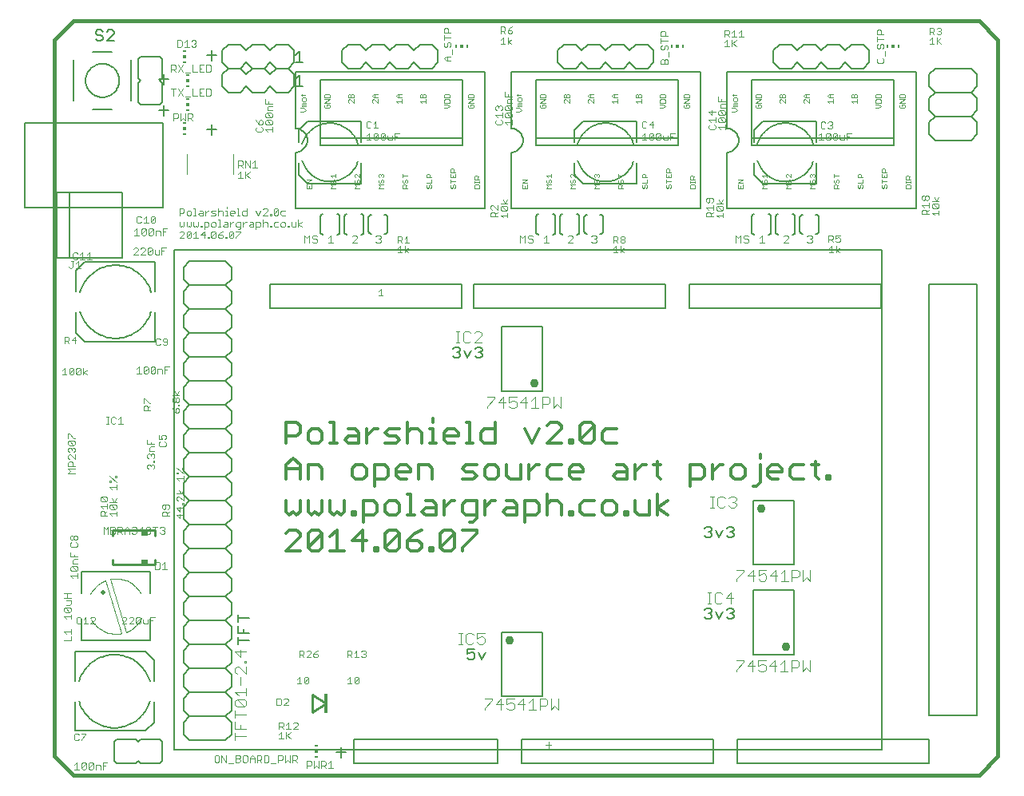
<source format=gto>
G75*
%MOIN*%
%OFA0B0*%
%FSLAX24Y24*%
%IPPOS*%
%LPD*%
%AMOC8*
5,1,8,0,0,1.08239X$1,22.5*
%
%ADD10C,0.0160*%
%ADD11C,0.0030*%
%ADD12C,0.0060*%
%ADD13C,0.0040*%
%ADD14C,0.0120*%
%ADD15C,0.0050*%
%ADD16R,0.0118X0.0059*%
%ADD17R,0.0118X0.0118*%
%ADD18C,0.0080*%
%ADD19C,0.0020*%
%ADD20R,0.0059X0.0118*%
%ADD21C,0.0197*%
%ADD22C,0.0362*%
%ADD23C,0.0100*%
%ADD24R,0.0295X0.0197*%
%ADD25R,0.0118X0.0827*%
D10*
X002180Y002467D02*
X002967Y001680D01*
X040763Y001680D01*
X041550Y002467D01*
X041550Y032389D01*
X040763Y033176D01*
X002967Y033176D01*
X002180Y032389D01*
X002180Y002467D01*
D11*
X003015Y002117D02*
X003112Y002213D01*
X003112Y001923D01*
X003015Y001923D02*
X003209Y001923D01*
X003310Y001971D02*
X003504Y002165D01*
X003504Y001971D01*
X003455Y001923D01*
X003358Y001923D01*
X003310Y001971D01*
X003310Y002165D01*
X003358Y002213D01*
X003455Y002213D01*
X003504Y002165D01*
X003605Y002165D02*
X003653Y002213D01*
X003750Y002213D01*
X003798Y002165D01*
X003605Y001971D01*
X003653Y001923D01*
X003750Y001923D01*
X003798Y001971D01*
X003798Y002165D01*
X003899Y002117D02*
X003899Y001923D01*
X003899Y002117D02*
X004045Y002117D01*
X004093Y002068D01*
X004093Y001923D01*
X004194Y001923D02*
X004194Y002213D01*
X004388Y002213D01*
X004291Y002068D02*
X004194Y002068D01*
X003605Y001971D02*
X003605Y002165D01*
X003294Y003131D02*
X003294Y003179D01*
X003488Y003372D01*
X003488Y003421D01*
X003294Y003421D01*
X003193Y003372D02*
X003145Y003421D01*
X003048Y003421D01*
X002999Y003372D01*
X002999Y003179D01*
X003048Y003131D01*
X003145Y003131D01*
X003193Y003179D01*
X002865Y007295D02*
X002865Y007488D01*
X002865Y007590D02*
X002865Y007783D01*
X002865Y007686D02*
X002575Y007686D01*
X002672Y007590D01*
X002575Y007295D02*
X002865Y007295D01*
X003143Y007995D02*
X003240Y007995D01*
X003288Y008043D01*
X003390Y007995D02*
X003583Y007995D01*
X003486Y007995D02*
X003486Y008285D01*
X003390Y008188D01*
X003288Y008237D02*
X003240Y008285D01*
X003143Y008285D01*
X003095Y008237D01*
X003095Y008043D01*
X003143Y007995D01*
X002865Y008195D02*
X002865Y008388D01*
X002865Y008292D02*
X002575Y008292D01*
X002672Y008195D01*
X002623Y008490D02*
X002575Y008538D01*
X002575Y008635D01*
X002623Y008683D01*
X002817Y008490D01*
X002865Y008538D01*
X002865Y008635D01*
X002817Y008683D01*
X002623Y008683D01*
X002672Y008784D02*
X002817Y008784D01*
X002865Y008833D01*
X002865Y008978D01*
X002672Y008978D01*
X002720Y009079D02*
X002720Y009272D01*
X002575Y009272D02*
X002865Y009272D01*
X002865Y009079D02*
X002575Y009079D01*
X002623Y008490D02*
X002817Y008490D01*
X003684Y008237D02*
X003733Y008285D01*
X003829Y008285D01*
X003878Y008237D01*
X003878Y008188D01*
X003684Y007995D01*
X003878Y007995D01*
X004995Y007995D02*
X005188Y008188D01*
X005188Y008237D01*
X005140Y008285D01*
X005043Y008285D01*
X004995Y008237D01*
X004995Y007995D02*
X005188Y007995D01*
X005290Y007995D02*
X005483Y008188D01*
X005483Y008237D01*
X005435Y008285D01*
X005338Y008285D01*
X005290Y008237D01*
X005290Y007995D02*
X005483Y007995D01*
X005584Y008043D02*
X005778Y008237D01*
X005778Y008043D01*
X005729Y007995D01*
X005633Y007995D01*
X005584Y008043D01*
X005584Y008237D01*
X005633Y008285D01*
X005729Y008285D01*
X005778Y008237D01*
X005879Y008188D02*
X005879Y008043D01*
X005927Y007995D01*
X006072Y007995D01*
X006072Y008188D01*
X006174Y008140D02*
X006270Y008140D01*
X006174Y007995D02*
X006174Y008285D01*
X006367Y008285D01*
X006388Y010288D02*
X006533Y010288D01*
X006582Y010336D01*
X006582Y010529D01*
X006533Y010578D01*
X006388Y010578D01*
X006388Y010288D01*
X006683Y010288D02*
X006877Y010288D01*
X006780Y010288D02*
X006780Y010578D01*
X006683Y010481D01*
X006728Y011753D02*
X006631Y011753D01*
X006583Y011801D01*
X006680Y011898D02*
X006728Y011898D01*
X006777Y011850D01*
X006777Y011801D01*
X006728Y011753D01*
X006728Y011898D02*
X006777Y011946D01*
X006777Y011995D01*
X006728Y012043D01*
X006631Y012043D01*
X006583Y011995D01*
X006482Y012043D02*
X006288Y012043D01*
X006385Y012043D02*
X006385Y011753D01*
X006187Y011801D02*
X006139Y011753D01*
X006042Y011753D01*
X005994Y011801D01*
X006187Y011995D01*
X006187Y011801D01*
X005994Y011801D02*
X005994Y011995D01*
X006042Y012043D01*
X006139Y012043D01*
X006187Y011995D01*
X005893Y011898D02*
X005699Y011898D01*
X005844Y012043D01*
X005844Y011753D01*
X005598Y011801D02*
X005550Y011753D01*
X005453Y011753D01*
X005404Y011801D01*
X005303Y011753D02*
X005303Y011946D01*
X005207Y012043D01*
X005110Y011946D01*
X005110Y011753D01*
X005009Y011753D02*
X004912Y011850D01*
X004960Y011850D02*
X004815Y011850D01*
X004815Y011753D02*
X004815Y012043D01*
X004960Y012043D01*
X005009Y011995D01*
X005009Y011898D01*
X004960Y011850D01*
X005110Y011898D02*
X005303Y011898D01*
X005404Y011995D02*
X005453Y012043D01*
X005550Y012043D01*
X005598Y011995D01*
X005598Y011946D01*
X005550Y011898D01*
X005598Y011850D01*
X005598Y011801D01*
X005550Y011898D02*
X005501Y011898D01*
X004714Y011850D02*
X004714Y011801D01*
X004666Y011753D01*
X004520Y011753D01*
X004520Y012043D01*
X004666Y012043D01*
X004714Y011995D01*
X004714Y011946D01*
X004666Y011898D01*
X004520Y011898D01*
X004666Y011898D02*
X004714Y011850D01*
X004419Y011753D02*
X004419Y012043D01*
X004323Y011946D01*
X004226Y012043D01*
X004226Y011753D01*
X004288Y012511D02*
X004288Y012656D01*
X004240Y012705D01*
X004143Y012705D01*
X004095Y012656D01*
X004095Y012511D01*
X004385Y012511D01*
X004475Y012592D02*
X004765Y012592D01*
X004765Y012688D02*
X004765Y012495D01*
X004572Y012495D02*
X004475Y012592D01*
X004385Y012705D02*
X004288Y012608D01*
X004192Y012806D02*
X004095Y012902D01*
X004385Y012902D01*
X004475Y012935D02*
X004523Y012983D01*
X004717Y012790D01*
X004765Y012838D01*
X004765Y012935D01*
X004717Y012983D01*
X004523Y012983D01*
X004475Y012935D02*
X004475Y012838D01*
X004523Y012790D01*
X004717Y012790D01*
X004765Y013084D02*
X004475Y013084D01*
X004385Y013149D02*
X004337Y013100D01*
X004143Y013294D01*
X004337Y013294D01*
X004385Y013245D01*
X004385Y013149D01*
X004337Y013100D02*
X004143Y013100D01*
X004095Y013149D01*
X004095Y013245D01*
X004143Y013294D01*
X004385Y012999D02*
X004385Y012806D01*
X004668Y013084D02*
X004572Y013229D01*
X004668Y013084D02*
X004765Y013229D01*
X004765Y013624D02*
X004765Y013818D01*
X004765Y013721D02*
X004475Y013721D01*
X004572Y013624D01*
X004523Y013919D02*
X004475Y013919D01*
X004475Y013968D01*
X004523Y013968D01*
X004523Y013919D01*
X004765Y013919D02*
X004475Y014161D01*
X004717Y014161D02*
X004765Y014161D01*
X004765Y014113D01*
X004717Y014113D01*
X004717Y014161D01*
X006047Y014511D02*
X006047Y014608D01*
X006095Y014656D01*
X006143Y014656D01*
X006192Y014608D01*
X006240Y014656D01*
X006289Y014656D01*
X006337Y014608D01*
X006337Y014511D01*
X006289Y014463D01*
X006192Y014560D02*
X006192Y014608D01*
X006095Y014463D02*
X006047Y014511D01*
X006289Y014757D02*
X006289Y014806D01*
X006337Y014806D01*
X006337Y014757D01*
X006289Y014757D01*
X006289Y014905D02*
X006337Y014953D01*
X006337Y015050D01*
X006289Y015098D01*
X006240Y015098D01*
X006192Y015050D01*
X006192Y015001D01*
X006192Y015050D02*
X006143Y015098D01*
X006095Y015098D01*
X006047Y015050D01*
X006047Y014953D01*
X006095Y014905D01*
X006143Y015199D02*
X006143Y015345D01*
X006192Y015393D01*
X006337Y015393D01*
X006337Y015494D02*
X006047Y015494D01*
X006047Y015688D01*
X006192Y015591D02*
X006192Y015494D01*
X006143Y015199D02*
X006337Y015199D01*
X006539Y015448D02*
X006539Y015545D01*
X006588Y015593D01*
X006539Y015694D02*
X006684Y015694D01*
X006636Y015791D01*
X006636Y015839D01*
X006684Y015888D01*
X006781Y015888D01*
X006829Y015839D01*
X006829Y015742D01*
X006781Y015694D01*
X006781Y015593D02*
X006829Y015545D01*
X006829Y015448D01*
X006781Y015399D01*
X006588Y015399D01*
X006539Y015448D01*
X006539Y015694D02*
X006539Y015888D01*
X007240Y016813D02*
X007240Y016958D01*
X007288Y017006D01*
X007337Y017006D01*
X007385Y016958D01*
X007385Y016861D01*
X007337Y016813D01*
X007240Y016813D01*
X007143Y016910D01*
X007095Y017006D01*
X007143Y017255D02*
X007192Y017255D01*
X007240Y017303D01*
X007240Y017400D01*
X007288Y017448D01*
X007337Y017448D01*
X007385Y017400D01*
X007385Y017303D01*
X007337Y017255D01*
X007288Y017255D01*
X007240Y017303D01*
X007240Y017400D02*
X007192Y017448D01*
X007143Y017448D01*
X007095Y017400D01*
X007095Y017303D01*
X007143Y017255D01*
X007337Y017156D02*
X007385Y017156D01*
X007385Y017107D01*
X007337Y017107D01*
X007337Y017156D01*
X007385Y017549D02*
X007095Y017549D01*
X007192Y017695D02*
X007288Y017549D01*
X007385Y017695D01*
X006780Y018447D02*
X006780Y018737D01*
X006973Y018737D01*
X006877Y018592D02*
X006780Y018592D01*
X006679Y018592D02*
X006679Y018447D01*
X006679Y018592D02*
X006630Y018640D01*
X006485Y018640D01*
X006485Y018447D01*
X006384Y018495D02*
X006336Y018447D01*
X006239Y018447D01*
X006191Y018495D01*
X006384Y018689D01*
X006384Y018495D01*
X006191Y018495D02*
X006191Y018689D01*
X006239Y018737D01*
X006336Y018737D01*
X006384Y018689D01*
X006089Y018689D02*
X006089Y018495D01*
X006041Y018447D01*
X005944Y018447D01*
X005896Y018495D01*
X006089Y018689D01*
X006041Y018737D01*
X005944Y018737D01*
X005896Y018689D01*
X005896Y018495D01*
X005795Y018447D02*
X005601Y018447D01*
X005698Y018447D02*
X005698Y018737D01*
X005601Y018640D01*
X006448Y019631D02*
X006545Y019631D01*
X006593Y019679D01*
X006694Y019679D02*
X006742Y019631D01*
X006839Y019631D01*
X006888Y019679D01*
X006888Y019872D01*
X006839Y019921D01*
X006742Y019921D01*
X006694Y019872D01*
X006694Y019824D01*
X006742Y019776D01*
X006888Y019776D01*
X006593Y019872D02*
X006545Y019921D01*
X006448Y019921D01*
X006399Y019872D01*
X006399Y019679D01*
X006448Y019631D01*
X005943Y017394D02*
X005895Y017394D01*
X005895Y017200D01*
X005943Y017099D02*
X005895Y017051D01*
X005895Y016906D01*
X006185Y016906D01*
X006088Y016906D02*
X006088Y017051D01*
X006040Y017099D01*
X005943Y017099D01*
X006088Y017002D02*
X006185Y017099D01*
X006185Y017200D02*
X006137Y017200D01*
X005943Y017394D01*
X004933Y016635D02*
X004933Y016345D01*
X004836Y016345D02*
X005030Y016345D01*
X004836Y016538D02*
X004933Y016635D01*
X004735Y016587D02*
X004687Y016635D01*
X004590Y016635D01*
X004541Y016587D01*
X004541Y016393D01*
X004590Y016345D01*
X004687Y016345D01*
X004735Y016393D01*
X004442Y016345D02*
X004345Y016345D01*
X004393Y016345D02*
X004393Y016635D01*
X004345Y016635D02*
X004442Y016635D01*
X003035Y015750D02*
X002987Y015750D01*
X002793Y015944D01*
X002745Y015944D01*
X002745Y015750D01*
X002793Y015649D02*
X002987Y015456D01*
X003035Y015504D01*
X003035Y015601D01*
X002987Y015649D01*
X002793Y015649D01*
X002745Y015601D01*
X002745Y015504D01*
X002793Y015456D01*
X002987Y015456D01*
X002987Y015355D02*
X003035Y015306D01*
X003035Y015209D01*
X002987Y015161D01*
X003035Y015060D02*
X003035Y014866D01*
X002842Y015060D01*
X002793Y015060D01*
X002745Y015012D01*
X002745Y014915D01*
X002793Y014866D01*
X002793Y014765D02*
X002890Y014765D01*
X002938Y014717D01*
X002938Y014572D01*
X003035Y014572D02*
X002745Y014572D01*
X002745Y014717D01*
X002793Y014765D01*
X002745Y014471D02*
X003035Y014471D01*
X003035Y014277D02*
X002745Y014277D01*
X002842Y014374D01*
X002745Y014471D01*
X002793Y015161D02*
X002745Y015209D01*
X002745Y015306D01*
X002793Y015355D01*
X002842Y015355D01*
X002890Y015306D01*
X002938Y015355D01*
X002987Y015355D01*
X002890Y015306D02*
X002890Y015258D01*
X002935Y018395D02*
X002838Y018395D01*
X002790Y018443D01*
X002983Y018637D01*
X002983Y018443D01*
X002935Y018395D01*
X002790Y018443D02*
X002790Y018637D01*
X002838Y018685D01*
X002935Y018685D01*
X002983Y018637D01*
X003084Y018637D02*
X003133Y018685D01*
X003229Y018685D01*
X003278Y018637D01*
X003084Y018443D01*
X003133Y018395D01*
X003229Y018395D01*
X003278Y018443D01*
X003278Y018637D01*
X003379Y018685D02*
X003379Y018395D01*
X003379Y018492D02*
X003524Y018588D01*
X003379Y018492D02*
X003524Y018395D01*
X003084Y018443D02*
X003084Y018637D01*
X002688Y018395D02*
X002495Y018395D01*
X002592Y018395D02*
X002592Y018685D01*
X002495Y018588D01*
X002595Y019695D02*
X002595Y019985D01*
X002740Y019985D01*
X002788Y019937D01*
X002788Y019840D01*
X002740Y019792D01*
X002595Y019792D01*
X002692Y019792D02*
X002788Y019695D01*
X002890Y019840D02*
X003083Y019840D01*
X003035Y019695D02*
X003035Y019985D01*
X002890Y019840D01*
X002884Y022844D02*
X002932Y022892D01*
X002932Y023134D01*
X002884Y023134D02*
X002980Y023134D01*
X003003Y023215D02*
X003100Y023215D01*
X003148Y023263D01*
X003249Y023215D02*
X003443Y023215D01*
X003346Y023215D02*
X003346Y023505D01*
X003249Y023408D01*
X003148Y023457D02*
X003100Y023505D01*
X003003Y023505D01*
X002955Y023457D01*
X002955Y023263D01*
X003003Y023215D01*
X003178Y023134D02*
X003178Y022844D01*
X003081Y022844D02*
X003275Y022844D01*
X003081Y023037D02*
X003178Y023134D01*
X003544Y023215D02*
X003738Y023215D01*
X003641Y023215D02*
X003641Y023505D01*
X003544Y023408D01*
X002884Y022844D02*
X002835Y022844D01*
X002787Y022892D01*
X005476Y023416D02*
X005669Y023610D01*
X005669Y023658D01*
X005621Y023707D01*
X005524Y023707D01*
X005476Y023658D01*
X005476Y023416D02*
X005669Y023416D01*
X005770Y023416D02*
X005964Y023610D01*
X005964Y023658D01*
X005915Y023707D01*
X005819Y023707D01*
X005770Y023658D01*
X005770Y023416D02*
X005964Y023416D01*
X006065Y023465D02*
X006258Y023658D01*
X006258Y023465D01*
X006210Y023416D01*
X006113Y023416D01*
X006065Y023465D01*
X006065Y023658D01*
X006113Y023707D01*
X006210Y023707D01*
X006258Y023658D01*
X006360Y023610D02*
X006360Y023465D01*
X006408Y023416D01*
X006553Y023416D01*
X006553Y023610D01*
X006654Y023561D02*
X006751Y023561D01*
X006654Y023416D02*
X006654Y023707D01*
X006848Y023707D01*
X006694Y024223D02*
X006694Y024513D01*
X006888Y024513D01*
X006791Y024368D02*
X006694Y024368D01*
X006593Y024368D02*
X006593Y024223D01*
X006593Y024368D02*
X006545Y024417D01*
X006399Y024417D01*
X006399Y024223D01*
X006298Y024271D02*
X006298Y024465D01*
X006105Y024271D01*
X006153Y024223D01*
X006250Y024223D01*
X006298Y024271D01*
X006105Y024271D02*
X006105Y024465D01*
X006153Y024513D01*
X006250Y024513D01*
X006298Y024465D01*
X006339Y024731D02*
X006242Y024731D01*
X006194Y024779D01*
X006388Y024972D01*
X006388Y024779D01*
X006339Y024731D01*
X006194Y024779D02*
X006194Y024972D01*
X006242Y025021D01*
X006339Y025021D01*
X006388Y024972D01*
X006093Y024731D02*
X005899Y024731D01*
X005996Y024731D02*
X005996Y025021D01*
X005899Y024924D01*
X005798Y024972D02*
X005750Y025021D01*
X005653Y025021D01*
X005605Y024972D01*
X005605Y024779D01*
X005653Y024731D01*
X005750Y024731D01*
X005798Y024779D01*
X005858Y024513D02*
X005955Y024513D01*
X006004Y024465D01*
X005810Y024271D01*
X005858Y024223D01*
X005955Y024223D01*
X006004Y024271D01*
X006004Y024465D01*
X005858Y024513D02*
X005810Y024465D01*
X005810Y024271D01*
X005709Y024223D02*
X005515Y024223D01*
X005612Y024223D02*
X005612Y024513D01*
X005515Y024417D01*
X007395Y024337D02*
X007443Y024385D01*
X007540Y024385D01*
X007588Y024337D01*
X007588Y024288D01*
X007395Y024095D01*
X007588Y024095D01*
X007690Y024143D02*
X007883Y024337D01*
X007883Y024143D01*
X007835Y024095D01*
X007738Y024095D01*
X007690Y024143D01*
X007690Y024337D01*
X007738Y024385D01*
X007835Y024385D01*
X007883Y024337D01*
X007984Y024288D02*
X008081Y024385D01*
X008081Y024095D01*
X007984Y024095D02*
X008178Y024095D01*
X008279Y024240D02*
X008472Y024240D01*
X008574Y024143D02*
X008622Y024143D01*
X008622Y024095D01*
X008574Y024095D01*
X008574Y024143D01*
X008721Y024143D02*
X008914Y024337D01*
X008914Y024143D01*
X008866Y024095D01*
X008769Y024095D01*
X008721Y024143D01*
X008721Y024337D01*
X008769Y024385D01*
X008866Y024385D01*
X008914Y024337D01*
X009016Y024240D02*
X009161Y024240D01*
X009209Y024192D01*
X009209Y024143D01*
X009161Y024095D01*
X009064Y024095D01*
X009016Y024143D01*
X009016Y024240D01*
X009112Y024337D01*
X009209Y024385D01*
X009260Y024575D02*
X009212Y024623D01*
X009260Y024672D01*
X009406Y024672D01*
X009406Y024720D02*
X009406Y024575D01*
X009260Y024575D01*
X009112Y024575D02*
X009016Y024575D01*
X009064Y024575D02*
X009064Y024865D01*
X009016Y024865D01*
X008914Y024720D02*
X008866Y024768D01*
X008769Y024768D01*
X008721Y024720D01*
X008721Y024623D01*
X008769Y024575D01*
X008866Y024575D01*
X008914Y024623D01*
X008914Y024720D01*
X008620Y024720D02*
X008571Y024768D01*
X008426Y024768D01*
X008426Y024478D01*
X008424Y024385D02*
X008279Y024240D01*
X008424Y024095D02*
X008424Y024385D01*
X008426Y024575D02*
X008571Y024575D01*
X008620Y024623D01*
X008620Y024720D01*
X008327Y024623D02*
X008327Y024575D01*
X008279Y024575D01*
X008279Y024623D01*
X008327Y024623D01*
X008178Y024623D02*
X008178Y024768D01*
X008178Y024623D02*
X008129Y024575D01*
X008081Y024623D01*
X008033Y024575D01*
X007984Y024623D01*
X007984Y024768D01*
X007883Y024768D02*
X007883Y024623D01*
X007835Y024575D01*
X007786Y024623D01*
X007738Y024575D01*
X007690Y024623D01*
X007690Y024768D01*
X007588Y024768D02*
X007588Y024623D01*
X007540Y024575D01*
X007492Y024623D01*
X007443Y024575D01*
X007395Y024623D01*
X007395Y024768D01*
X007395Y025055D02*
X007395Y025345D01*
X007540Y025345D01*
X007588Y025297D01*
X007588Y025200D01*
X007540Y025152D01*
X007395Y025152D01*
X007690Y025200D02*
X007690Y025103D01*
X007738Y025055D01*
X007835Y025055D01*
X007883Y025103D01*
X007883Y025200D01*
X007835Y025248D01*
X007738Y025248D01*
X007690Y025200D01*
X007984Y025055D02*
X008081Y025055D01*
X008033Y025055D02*
X008033Y025345D01*
X007984Y025345D01*
X008229Y025248D02*
X008326Y025248D01*
X008374Y025200D01*
X008374Y025055D01*
X008229Y025055D01*
X008181Y025103D01*
X008229Y025152D01*
X008374Y025152D01*
X008475Y025152D02*
X008572Y025248D01*
X008621Y025248D01*
X008721Y025200D02*
X008769Y025248D01*
X008914Y025248D01*
X008866Y025152D02*
X008914Y025103D01*
X008866Y025055D01*
X008721Y025055D01*
X008769Y025152D02*
X008721Y025200D01*
X008769Y025152D02*
X008866Y025152D01*
X009016Y025200D02*
X009064Y025248D01*
X009161Y025248D01*
X009209Y025200D01*
X009209Y025055D01*
X009310Y025055D02*
X009407Y025055D01*
X009359Y025055D02*
X009359Y025248D01*
X009310Y025248D01*
X009359Y025345D02*
X009359Y025394D01*
X009507Y025200D02*
X009555Y025248D01*
X009652Y025248D01*
X009700Y025200D01*
X009700Y025152D01*
X009507Y025152D01*
X009507Y025200D02*
X009507Y025103D01*
X009555Y025055D01*
X009652Y025055D01*
X009801Y025055D02*
X009898Y025055D01*
X009850Y025055D02*
X009850Y025345D01*
X009801Y025345D01*
X009998Y025200D02*
X010046Y025248D01*
X010191Y025248D01*
X010191Y025345D02*
X010191Y025055D01*
X010046Y025055D01*
X009998Y025103D01*
X009998Y025200D01*
X010047Y024768D02*
X010047Y024575D01*
X010047Y024672D02*
X010144Y024768D01*
X010192Y024768D01*
X010341Y024768D02*
X010438Y024768D01*
X010486Y024720D01*
X010486Y024575D01*
X010341Y024575D01*
X010292Y024623D01*
X010341Y024672D01*
X010486Y024672D01*
X010587Y024768D02*
X010587Y024478D01*
X010587Y024575D02*
X010732Y024575D01*
X010781Y024623D01*
X010781Y024720D01*
X010732Y024768D01*
X010587Y024768D01*
X010882Y024720D02*
X010930Y024768D01*
X011027Y024768D01*
X011075Y024720D01*
X011075Y024575D01*
X011176Y024575D02*
X011225Y024575D01*
X011225Y024623D01*
X011176Y024623D01*
X011176Y024575D01*
X011324Y024623D02*
X011372Y024575D01*
X011517Y024575D01*
X011618Y024623D02*
X011667Y024575D01*
X011763Y024575D01*
X011812Y024623D01*
X011812Y024720D01*
X011763Y024768D01*
X011667Y024768D01*
X011618Y024720D01*
X011618Y024623D01*
X011517Y024768D02*
X011372Y024768D01*
X011324Y024720D01*
X011324Y024623D01*
X011372Y025055D02*
X011324Y025103D01*
X011517Y025297D01*
X011517Y025103D01*
X011469Y025055D01*
X011372Y025055D01*
X011324Y025103D02*
X011324Y025297D01*
X011372Y025345D01*
X011469Y025345D01*
X011517Y025297D01*
X011618Y025200D02*
X011618Y025103D01*
X011667Y025055D01*
X011812Y025055D01*
X011812Y025248D02*
X011667Y025248D01*
X011618Y025200D01*
X011225Y025103D02*
X011225Y025055D01*
X011176Y025055D01*
X011176Y025103D01*
X011225Y025103D01*
X011075Y025055D02*
X010882Y025055D01*
X011075Y025248D01*
X011075Y025297D01*
X011027Y025345D01*
X010930Y025345D01*
X010882Y025297D01*
X010781Y025248D02*
X010684Y025055D01*
X010587Y025248D01*
X010882Y024865D02*
X010882Y024575D01*
X009946Y024575D02*
X009801Y024575D01*
X009752Y024623D01*
X009752Y024720D01*
X009801Y024768D01*
X009946Y024768D01*
X009946Y024527D01*
X009897Y024478D01*
X009849Y024478D01*
X009946Y024385D02*
X009946Y024337D01*
X009752Y024143D01*
X009752Y024095D01*
X009651Y024143D02*
X009603Y024095D01*
X009506Y024095D01*
X009458Y024143D01*
X009651Y024337D01*
X009651Y024143D01*
X009458Y024143D02*
X009458Y024337D01*
X009506Y024385D01*
X009603Y024385D01*
X009651Y024337D01*
X009752Y024385D02*
X009946Y024385D01*
X009507Y024575D02*
X009507Y024768D01*
X009507Y024672D02*
X009603Y024768D01*
X009652Y024768D01*
X009406Y024720D02*
X009357Y024768D01*
X009260Y024768D01*
X009016Y025055D02*
X009016Y025345D01*
X008475Y025248D02*
X008475Y025055D01*
X009310Y024143D02*
X009359Y024143D01*
X009359Y024095D01*
X009310Y024095D01*
X009310Y024143D01*
X009845Y026595D02*
X010038Y026595D01*
X009942Y026595D02*
X009942Y026885D01*
X009845Y026788D01*
X009845Y027045D02*
X009845Y027335D01*
X009990Y027335D01*
X010038Y027287D01*
X010038Y027190D01*
X009990Y027142D01*
X009845Y027142D01*
X009942Y027142D02*
X010038Y027045D01*
X010140Y027045D02*
X010140Y027335D01*
X010333Y027045D01*
X010333Y027335D01*
X010434Y027238D02*
X010531Y027335D01*
X010531Y027045D01*
X010434Y027045D02*
X010628Y027045D01*
X010333Y026885D02*
X010140Y026692D01*
X010188Y026740D02*
X010333Y026595D01*
X010140Y026595D02*
X010140Y026885D01*
X010623Y028545D02*
X010575Y028593D01*
X010575Y028690D01*
X010623Y028738D01*
X010720Y028840D02*
X010720Y028985D01*
X010768Y029033D01*
X010817Y029033D01*
X010865Y028985D01*
X010865Y028888D01*
X010817Y028840D01*
X010720Y028840D01*
X010623Y028936D01*
X010575Y029033D01*
X010817Y028738D02*
X010865Y028690D01*
X010865Y028593D01*
X010817Y028545D01*
X010623Y028545D01*
X010975Y028642D02*
X011265Y028642D01*
X011265Y028738D02*
X011265Y028545D01*
X011072Y028545D02*
X010975Y028642D01*
X011023Y028840D02*
X010975Y028888D01*
X010975Y028985D01*
X011023Y029033D01*
X011217Y028840D01*
X011265Y028888D01*
X011265Y028985D01*
X011217Y029033D01*
X011023Y029033D01*
X011023Y029134D02*
X010975Y029183D01*
X010975Y029279D01*
X011023Y029328D01*
X011217Y029134D01*
X011265Y029183D01*
X011265Y029279D01*
X011217Y029328D01*
X011023Y029328D01*
X011072Y029429D02*
X011072Y029574D01*
X011120Y029622D01*
X011265Y029622D01*
X011265Y029724D02*
X010975Y029724D01*
X010975Y029917D01*
X011120Y029820D02*
X011120Y029724D01*
X011072Y029429D02*
X011265Y029429D01*
X011217Y029134D02*
X011023Y029134D01*
X011023Y028840D02*
X011217Y028840D01*
X008712Y030093D02*
X008712Y030287D01*
X008663Y030335D01*
X008518Y030335D01*
X008518Y030045D01*
X008663Y030045D01*
X008712Y030093D01*
X008417Y030045D02*
X008224Y030045D01*
X008224Y030335D01*
X008417Y030335D01*
X008320Y030190D02*
X008224Y030190D01*
X008122Y030045D02*
X007929Y030045D01*
X007929Y030335D01*
X007828Y029997D02*
X007634Y029997D01*
X007533Y030045D02*
X007340Y030335D01*
X007238Y030335D02*
X007045Y030335D01*
X007142Y030335D02*
X007142Y030045D01*
X007340Y030045D02*
X007533Y030335D01*
X007634Y030997D02*
X007828Y030997D01*
X007929Y031045D02*
X008122Y031045D01*
X008224Y031045D02*
X008417Y031045D01*
X008518Y031045D02*
X008518Y031335D01*
X008663Y031335D01*
X008712Y031287D01*
X008712Y031093D01*
X008663Y031045D01*
X008518Y031045D01*
X008320Y031190D02*
X008224Y031190D01*
X008224Y031335D02*
X008224Y031045D01*
X008224Y031335D02*
X008417Y031335D01*
X007929Y031335D02*
X007929Y031045D01*
X007533Y031045D02*
X007340Y031335D01*
X007238Y031287D02*
X007238Y031190D01*
X007190Y031142D01*
X007045Y031142D01*
X007142Y031142D02*
X007238Y031045D01*
X007340Y031045D02*
X007533Y031335D01*
X007238Y031287D02*
X007190Y031335D01*
X007045Y031335D01*
X007045Y031045D01*
X007151Y029307D02*
X007296Y029307D01*
X007345Y029259D01*
X007345Y029162D01*
X007296Y029114D01*
X007151Y029114D01*
X007151Y029017D02*
X007151Y029307D01*
X007446Y029307D02*
X007446Y029017D01*
X007543Y029114D01*
X007639Y029017D01*
X007639Y029307D01*
X007741Y029307D02*
X007886Y029307D01*
X007934Y029259D01*
X007934Y029162D01*
X007886Y029114D01*
X007741Y029114D01*
X007837Y029114D02*
X007934Y029017D01*
X007741Y029017D02*
X007741Y029307D01*
X012060Y024768D02*
X012060Y024623D01*
X012109Y024575D01*
X012254Y024575D01*
X012254Y024768D01*
X012355Y024672D02*
X012500Y024768D01*
X012355Y024672D02*
X012500Y024575D01*
X012355Y024575D02*
X012355Y024865D01*
X011961Y024623D02*
X011961Y024575D01*
X011913Y024575D01*
X011913Y024623D01*
X011961Y024623D01*
X015695Y021888D02*
X015792Y021985D01*
X015792Y021695D01*
X015888Y021695D02*
X015695Y021695D01*
X016495Y023495D02*
X016688Y023495D01*
X016592Y023495D02*
X016592Y023785D01*
X016495Y023688D01*
X016495Y023895D02*
X016495Y024185D01*
X016640Y024185D01*
X016688Y024137D01*
X016688Y024040D01*
X016640Y023992D01*
X016495Y023992D01*
X016592Y023992D02*
X016688Y023895D01*
X016790Y023895D02*
X016983Y023895D01*
X016886Y023895D02*
X016886Y024185D01*
X016790Y024088D01*
X016790Y023785D02*
X016790Y023495D01*
X016790Y023592D02*
X016935Y023688D01*
X016790Y023592D02*
X016935Y023495D01*
X020375Y024995D02*
X020375Y025140D01*
X020423Y025188D01*
X020520Y025188D01*
X020568Y025140D01*
X020568Y024995D01*
X020568Y025092D02*
X020665Y025188D01*
X020665Y025290D02*
X020472Y025483D01*
X020423Y025483D01*
X020375Y025435D01*
X020375Y025338D01*
X020423Y025290D01*
X020665Y025290D02*
X020665Y025483D01*
X020795Y025549D02*
X021085Y025549D01*
X020988Y025549D02*
X020892Y025695D01*
X020988Y025549D02*
X021085Y025695D01*
X021037Y025448D02*
X021085Y025400D01*
X021085Y025303D01*
X021037Y025255D01*
X020843Y025448D01*
X021037Y025448D01*
X021037Y025255D02*
X020843Y025255D01*
X020795Y025303D01*
X020795Y025400D01*
X020843Y025448D01*
X021085Y025154D02*
X021085Y024960D01*
X021085Y025057D02*
X020795Y025057D01*
X020892Y024960D01*
X020665Y024995D02*
X020375Y024995D01*
X020623Y028845D02*
X020817Y028845D01*
X020865Y028893D01*
X020865Y028990D01*
X020817Y029038D01*
X020865Y029140D02*
X020865Y029333D01*
X020865Y029236D02*
X020575Y029236D01*
X020672Y029140D01*
X020623Y029038D02*
X020575Y028990D01*
X020575Y028893D01*
X020623Y028845D01*
X020975Y028942D02*
X021265Y028942D01*
X021265Y029038D02*
X021265Y028845D01*
X021072Y028845D02*
X020975Y028942D01*
X021023Y029140D02*
X020975Y029188D01*
X020975Y029285D01*
X021023Y029333D01*
X021217Y029140D01*
X021265Y029188D01*
X021265Y029285D01*
X021217Y029333D01*
X021023Y029333D01*
X021023Y029434D02*
X020975Y029483D01*
X020975Y029579D01*
X021023Y029628D01*
X021217Y029434D01*
X021265Y029483D01*
X021265Y029579D01*
X021217Y029628D01*
X021023Y029628D01*
X021072Y029729D02*
X021072Y029874D01*
X021120Y029922D01*
X021265Y029922D01*
X021265Y030024D02*
X020975Y030024D01*
X020975Y030217D01*
X021120Y030120D02*
X021120Y030024D01*
X021072Y029729D02*
X021265Y029729D01*
X021217Y029434D02*
X021023Y029434D01*
X020865Y029483D02*
X020817Y029434D01*
X020865Y029483D02*
X020865Y029579D01*
X020817Y029628D01*
X020768Y029628D01*
X020720Y029579D01*
X020720Y029531D01*
X020720Y029579D02*
X020672Y029628D01*
X020623Y029628D01*
X020575Y029579D01*
X020575Y029483D01*
X020623Y029434D01*
X021023Y029140D02*
X021217Y029140D01*
X018715Y031495D02*
X018522Y031495D01*
X018425Y031592D01*
X018522Y031688D01*
X018715Y031688D01*
X018763Y031790D02*
X018763Y031983D01*
X018667Y032084D02*
X018715Y032133D01*
X018715Y032229D01*
X018667Y032278D01*
X018618Y032278D01*
X018570Y032229D01*
X018570Y032133D01*
X018522Y032084D01*
X018473Y032084D01*
X018425Y032133D01*
X018425Y032229D01*
X018473Y032278D01*
X018425Y032379D02*
X018425Y032572D01*
X018425Y032476D02*
X018715Y032476D01*
X018715Y032674D02*
X018425Y032674D01*
X018425Y032819D01*
X018473Y032867D01*
X018570Y032867D01*
X018618Y032819D01*
X018618Y032674D01*
X018570Y031688D02*
X018570Y031495D01*
X020795Y032195D02*
X020988Y032195D01*
X020892Y032195D02*
X020892Y032485D01*
X020795Y032388D01*
X020795Y032645D02*
X020795Y032935D01*
X020940Y032935D01*
X020988Y032887D01*
X020988Y032790D01*
X020940Y032742D01*
X020795Y032742D01*
X020892Y032742D02*
X020988Y032645D01*
X021090Y032693D02*
X021138Y032645D01*
X021235Y032645D01*
X021283Y032693D01*
X021283Y032742D01*
X021235Y032790D01*
X021090Y032790D01*
X021090Y032693D01*
X021090Y032790D02*
X021186Y032887D01*
X021283Y032935D01*
X021090Y032485D02*
X021090Y032195D01*
X021090Y032292D02*
X021235Y032388D01*
X021090Y032292D02*
X021235Y032195D01*
X026695Y028937D02*
X026695Y028743D01*
X026743Y028695D01*
X026840Y028695D01*
X026888Y028743D01*
X026990Y028840D02*
X027183Y028840D01*
X027135Y028695D02*
X027135Y028985D01*
X026990Y028840D01*
X026888Y028937D02*
X026840Y028985D01*
X026743Y028985D01*
X026695Y028937D01*
X026792Y028485D02*
X026792Y028195D01*
X026888Y028195D02*
X026695Y028195D01*
X026695Y028388D02*
X026792Y028485D01*
X026990Y028437D02*
X027038Y028485D01*
X027135Y028485D01*
X027183Y028437D01*
X026990Y028243D01*
X027038Y028195D01*
X027135Y028195D01*
X027183Y028243D01*
X027183Y028437D01*
X027284Y028437D02*
X027333Y028485D01*
X027429Y028485D01*
X027478Y028437D01*
X027284Y028243D01*
X027333Y028195D01*
X027429Y028195D01*
X027478Y028243D01*
X027478Y028437D01*
X027579Y028388D02*
X027579Y028243D01*
X027627Y028195D01*
X027772Y028195D01*
X027772Y028388D01*
X027874Y028340D02*
X027970Y028340D01*
X027874Y028195D02*
X027874Y028485D01*
X028067Y028485D01*
X027284Y028437D02*
X027284Y028243D01*
X026990Y028243D02*
X026990Y028437D01*
X029475Y028693D02*
X029523Y028645D01*
X029717Y028645D01*
X029765Y028693D01*
X029765Y028790D01*
X029717Y028838D01*
X029765Y028940D02*
X029765Y029133D01*
X029765Y029036D02*
X029475Y029036D01*
X029572Y028940D01*
X029523Y028838D02*
X029475Y028790D01*
X029475Y028693D01*
X029875Y028742D02*
X030165Y028742D01*
X030165Y028838D02*
X030165Y028645D01*
X029972Y028645D02*
X029875Y028742D01*
X029923Y028940D02*
X029875Y028988D01*
X029875Y029085D01*
X029923Y029133D01*
X030117Y028940D01*
X030165Y028988D01*
X030165Y029085D01*
X030117Y029133D01*
X029923Y029133D01*
X029923Y029234D02*
X029875Y029283D01*
X029875Y029379D01*
X029923Y029428D01*
X030117Y029234D01*
X030165Y029283D01*
X030165Y029379D01*
X030117Y029428D01*
X029923Y029428D01*
X029972Y029529D02*
X029972Y029674D01*
X030020Y029722D01*
X030165Y029722D01*
X030165Y029824D02*
X029875Y029824D01*
X029875Y030017D01*
X030020Y029920D02*
X030020Y029824D01*
X029972Y029529D02*
X030165Y029529D01*
X030117Y029234D02*
X029923Y029234D01*
X029765Y029379D02*
X029475Y029379D01*
X029620Y029234D01*
X029620Y029428D01*
X029923Y028940D02*
X030117Y028940D01*
X027772Y031372D02*
X027482Y031372D01*
X027482Y031517D01*
X027531Y031565D01*
X027579Y031565D01*
X027627Y031517D01*
X027627Y031372D01*
X027627Y031517D02*
X027676Y031565D01*
X027724Y031565D01*
X027772Y031517D01*
X027772Y031372D01*
X027821Y031666D02*
X027821Y031860D01*
X027724Y031961D02*
X027772Y032009D01*
X027772Y032106D01*
X027724Y032155D01*
X027676Y032155D01*
X027627Y032106D01*
X027627Y032009D01*
X027579Y031961D01*
X027531Y031961D01*
X027482Y032009D01*
X027482Y032106D01*
X027531Y032155D01*
X027482Y032256D02*
X027482Y032449D01*
X027482Y032352D02*
X027772Y032352D01*
X027772Y032550D02*
X027482Y032550D01*
X027482Y032695D01*
X027531Y032744D01*
X027627Y032744D01*
X027676Y032695D01*
X027676Y032550D01*
X030145Y032592D02*
X030290Y032592D01*
X030338Y032640D01*
X030338Y032737D01*
X030290Y032785D01*
X030145Y032785D01*
X030145Y032495D01*
X030242Y032592D02*
X030338Y032495D01*
X030440Y032495D02*
X030633Y032495D01*
X030536Y032495D02*
X030536Y032785D01*
X030440Y032688D01*
X030734Y032688D02*
X030831Y032785D01*
X030831Y032495D01*
X030734Y032495D02*
X030928Y032495D01*
X030633Y032385D02*
X030440Y032192D01*
X030488Y032240D02*
X030633Y032095D01*
X030440Y032095D02*
X030440Y032385D01*
X030242Y032385D02*
X030242Y032095D01*
X030338Y032095D02*
X030145Y032095D01*
X030145Y032288D02*
X030242Y032385D01*
X034160Y028916D02*
X034160Y028723D01*
X034209Y028674D01*
X034305Y028674D01*
X034354Y028723D01*
X034455Y028723D02*
X034503Y028674D01*
X034600Y028674D01*
X034649Y028723D01*
X034649Y028771D01*
X034600Y028819D01*
X034552Y028819D01*
X034600Y028819D02*
X034649Y028868D01*
X034649Y028916D01*
X034600Y028964D01*
X034503Y028964D01*
X034455Y028916D01*
X034354Y028916D02*
X034305Y028964D01*
X034209Y028964D01*
X034160Y028916D01*
X034167Y028488D02*
X034167Y028198D01*
X034070Y028198D02*
X034264Y028198D01*
X034365Y028247D02*
X034558Y028440D01*
X034558Y028247D01*
X034510Y028198D01*
X034413Y028198D01*
X034365Y028247D01*
X034365Y028440D01*
X034413Y028488D01*
X034510Y028488D01*
X034558Y028440D01*
X034659Y028440D02*
X034708Y028488D01*
X034805Y028488D01*
X034853Y028440D01*
X034659Y028247D01*
X034708Y028198D01*
X034805Y028198D01*
X034853Y028247D01*
X034853Y028440D01*
X034954Y028392D02*
X034954Y028247D01*
X035002Y028198D01*
X035148Y028198D01*
X035148Y028392D01*
X035249Y028343D02*
X035346Y028343D01*
X035249Y028198D02*
X035249Y028488D01*
X035442Y028488D01*
X034659Y028440D02*
X034659Y028247D01*
X034167Y028488D02*
X034070Y028392D01*
X036543Y031422D02*
X036737Y031422D01*
X036785Y031470D01*
X036785Y031567D01*
X036737Y031615D01*
X036833Y031716D02*
X036833Y031910D01*
X036737Y032011D02*
X036785Y032059D01*
X036785Y032156D01*
X036737Y032205D01*
X036688Y032205D01*
X036640Y032156D01*
X036640Y032059D01*
X036592Y032011D01*
X036543Y032011D01*
X036495Y032059D01*
X036495Y032156D01*
X036543Y032205D01*
X036495Y032306D02*
X036495Y032499D01*
X036495Y032402D02*
X036785Y032402D01*
X036785Y032600D02*
X036495Y032600D01*
X036495Y032745D01*
X036543Y032794D01*
X036640Y032794D01*
X036688Y032745D01*
X036688Y032600D01*
X036543Y031615D02*
X036495Y031567D01*
X036495Y031470D01*
X036543Y031422D01*
X038695Y032195D02*
X038888Y032195D01*
X038792Y032195D02*
X038792Y032485D01*
X038695Y032388D01*
X038695Y032595D02*
X038695Y032885D01*
X038840Y032885D01*
X038888Y032837D01*
X038888Y032740D01*
X038840Y032692D01*
X038695Y032692D01*
X038792Y032692D02*
X038888Y032595D01*
X038990Y032643D02*
X039038Y032595D01*
X039135Y032595D01*
X039183Y032643D01*
X039183Y032692D01*
X039135Y032740D01*
X039086Y032740D01*
X039135Y032740D02*
X039183Y032788D01*
X039183Y032837D01*
X039135Y032885D01*
X039038Y032885D01*
X038990Y032837D01*
X038990Y032485D02*
X038990Y032195D01*
X038990Y032292D02*
X039183Y032485D01*
X039038Y032340D02*
X039183Y032195D01*
X038617Y025878D02*
X038665Y025829D01*
X038665Y025733D01*
X038617Y025684D01*
X038568Y025684D01*
X038520Y025733D01*
X038520Y025829D01*
X038568Y025878D01*
X038617Y025878D01*
X038520Y025829D02*
X038472Y025878D01*
X038423Y025878D01*
X038375Y025829D01*
X038375Y025733D01*
X038423Y025684D01*
X038472Y025684D01*
X038520Y025733D01*
X038665Y025583D02*
X038665Y025390D01*
X038665Y025486D02*
X038375Y025486D01*
X038472Y025390D01*
X038520Y025288D02*
X038568Y025240D01*
X038568Y025095D01*
X038568Y025192D02*
X038665Y025288D01*
X038520Y025288D02*
X038423Y025288D01*
X038375Y025240D01*
X038375Y025095D01*
X038665Y025095D01*
X038795Y025157D02*
X039085Y025157D01*
X039085Y025060D02*
X039085Y025254D01*
X039037Y025355D02*
X038843Y025548D01*
X039037Y025548D01*
X039085Y025500D01*
X039085Y025403D01*
X039037Y025355D01*
X038843Y025355D01*
X038795Y025403D01*
X038795Y025500D01*
X038843Y025548D01*
X038795Y025649D02*
X039085Y025649D01*
X038988Y025649D02*
X038892Y025795D01*
X038988Y025649D02*
X039085Y025795D01*
X038795Y025157D02*
X038892Y025060D01*
X034956Y024223D02*
X034763Y024223D01*
X034763Y024078D01*
X034860Y024126D01*
X034908Y024126D01*
X034956Y024078D01*
X034956Y023981D01*
X034908Y023933D01*
X034811Y023933D01*
X034763Y023981D01*
X034662Y023933D02*
X034565Y024029D01*
X034613Y024029D02*
X034468Y024029D01*
X034468Y023933D02*
X034468Y024223D01*
X034613Y024223D01*
X034662Y024174D01*
X034662Y024078D01*
X034613Y024029D01*
X034592Y023785D02*
X034592Y023495D01*
X034688Y023495D02*
X034495Y023495D01*
X034495Y023688D02*
X034592Y023785D01*
X034790Y023785D02*
X034790Y023495D01*
X034790Y023592D02*
X034935Y023688D01*
X034790Y023592D02*
X034935Y023495D01*
X030085Y024960D02*
X030085Y025154D01*
X030085Y025057D02*
X029795Y025057D01*
X029892Y024960D01*
X029665Y024995D02*
X029375Y024995D01*
X029375Y025140D01*
X029423Y025188D01*
X029520Y025188D01*
X029568Y025140D01*
X029568Y024995D01*
X029568Y025092D02*
X029665Y025188D01*
X029665Y025290D02*
X029665Y025483D01*
X029665Y025386D02*
X029375Y025386D01*
X029472Y025290D01*
X029472Y025584D02*
X029520Y025633D01*
X029520Y025778D01*
X029617Y025778D02*
X029423Y025778D01*
X029375Y025729D01*
X029375Y025633D01*
X029423Y025584D01*
X029472Y025584D01*
X029617Y025584D02*
X029665Y025633D01*
X029665Y025729D01*
X029617Y025778D01*
X029892Y025695D02*
X029988Y025549D01*
X030085Y025695D01*
X030085Y025549D02*
X029795Y025549D01*
X029843Y025448D02*
X030037Y025255D01*
X030085Y025303D01*
X030085Y025400D01*
X030037Y025448D01*
X029843Y025448D01*
X029795Y025400D01*
X029795Y025303D01*
X029843Y025255D01*
X030037Y025255D01*
X025983Y024137D02*
X025983Y024088D01*
X025935Y024040D01*
X025838Y024040D01*
X025790Y024088D01*
X025790Y024137D01*
X025838Y024185D01*
X025935Y024185D01*
X025983Y024137D01*
X025935Y024040D02*
X025983Y023992D01*
X025983Y023943D01*
X025935Y023895D01*
X025838Y023895D01*
X025790Y023943D01*
X025790Y023992D01*
X025838Y024040D01*
X025688Y024040D02*
X025640Y023992D01*
X025495Y023992D01*
X025592Y023992D02*
X025688Y023895D01*
X025688Y024040D02*
X025688Y024137D01*
X025640Y024185D01*
X025495Y024185D01*
X025495Y023895D01*
X025592Y023785D02*
X025592Y023495D01*
X025688Y023495D02*
X025495Y023495D01*
X025495Y023688D02*
X025592Y023785D01*
X025790Y023785D02*
X025790Y023495D01*
X025790Y023592D02*
X025935Y023688D01*
X025790Y023592D02*
X025935Y023495D01*
X007565Y014503D02*
X007565Y014455D01*
X007517Y014455D01*
X007517Y014503D01*
X007565Y014503D01*
X007565Y014261D02*
X007275Y014503D01*
X007275Y014310D02*
X007323Y014310D01*
X007323Y014261D01*
X007275Y014261D01*
X007275Y014310D01*
X007275Y014063D02*
X007565Y014063D01*
X007565Y013966D02*
X007565Y014160D01*
X007372Y013966D02*
X007275Y014063D01*
X007372Y013571D02*
X007468Y013426D01*
X007565Y013571D01*
X007565Y013426D02*
X007275Y013426D01*
X007323Y013325D02*
X007275Y013277D01*
X007275Y013180D01*
X007323Y013132D01*
X007323Y013325D02*
X007372Y013325D01*
X007565Y013132D01*
X007565Y013325D01*
X007565Y013033D02*
X007565Y012984D01*
X007517Y012984D01*
X007517Y013033D01*
X007565Y013033D01*
X007565Y012835D02*
X007275Y012835D01*
X007420Y012690D01*
X007420Y012883D01*
X007420Y012588D02*
X007420Y012395D01*
X007275Y012540D01*
X007565Y012540D01*
X006965Y012495D02*
X006675Y012495D01*
X006675Y012640D01*
X006723Y012688D01*
X006820Y012688D01*
X006868Y012640D01*
X006868Y012495D01*
X006868Y012592D02*
X006965Y012688D01*
X006917Y012790D02*
X006965Y012838D01*
X006965Y012935D01*
X006917Y012983D01*
X006723Y012983D01*
X006675Y012935D01*
X006675Y012838D01*
X006723Y012790D01*
X006772Y012790D01*
X006820Y012838D01*
X006820Y012983D01*
X003129Y011639D02*
X003129Y011542D01*
X003081Y011494D01*
X003033Y011494D01*
X002984Y011542D01*
X002984Y011639D01*
X003033Y011688D01*
X003081Y011688D01*
X003129Y011639D01*
X002984Y011639D02*
X002936Y011688D01*
X002888Y011688D01*
X002839Y011639D01*
X002839Y011542D01*
X002888Y011494D01*
X002936Y011494D01*
X002984Y011542D01*
X002888Y011393D02*
X002839Y011345D01*
X002839Y011248D01*
X002888Y011199D01*
X003081Y011199D01*
X003129Y011248D01*
X003129Y011345D01*
X003081Y011393D01*
X002847Y010988D02*
X002847Y010794D01*
X003137Y010794D01*
X003137Y010693D02*
X002992Y010693D01*
X002943Y010645D01*
X002943Y010499D01*
X003137Y010499D01*
X003089Y010398D02*
X003137Y010350D01*
X003137Y010253D01*
X003089Y010205D01*
X002895Y010398D01*
X003089Y010398D01*
X003089Y010205D02*
X002895Y010205D01*
X002847Y010253D01*
X002847Y010350D01*
X002895Y010398D01*
X003137Y010104D02*
X003137Y009910D01*
X003137Y010007D02*
X002847Y010007D01*
X002943Y009910D01*
X002992Y010794D02*
X002992Y010891D01*
X011445Y004882D02*
X011445Y004592D01*
X011590Y004592D01*
X011639Y004640D01*
X011639Y004833D01*
X011590Y004882D01*
X011445Y004882D01*
X011740Y004833D02*
X011788Y004882D01*
X011885Y004882D01*
X011933Y004833D01*
X011933Y004785D01*
X011740Y004592D01*
X011933Y004592D01*
X011936Y003885D02*
X011840Y003788D01*
X011738Y003740D02*
X011738Y003837D01*
X011690Y003885D01*
X011545Y003885D01*
X011545Y003595D01*
X011545Y003692D02*
X011690Y003692D01*
X011738Y003740D01*
X011642Y003692D02*
X011738Y003595D01*
X011840Y003595D02*
X012033Y003595D01*
X011936Y003595D02*
X011936Y003885D01*
X012134Y003837D02*
X012183Y003885D01*
X012279Y003885D01*
X012328Y003837D01*
X012328Y003788D01*
X012134Y003595D01*
X012328Y003595D01*
X012033Y003485D02*
X011840Y003292D01*
X011888Y003340D02*
X012033Y003195D01*
X011840Y003195D02*
X011840Y003485D01*
X011642Y003485D02*
X011642Y003195D01*
X011738Y003195D02*
X011545Y003195D01*
X011545Y003388D02*
X011642Y003485D01*
X011656Y002515D02*
X011705Y002467D01*
X011705Y002370D01*
X011656Y002322D01*
X011511Y002322D01*
X011511Y002225D02*
X011511Y002515D01*
X011656Y002515D01*
X011806Y002515D02*
X011806Y002225D01*
X011902Y002322D01*
X011999Y002225D01*
X011999Y002515D01*
X012100Y002515D02*
X012245Y002515D01*
X012294Y002467D01*
X012294Y002370D01*
X012245Y002322D01*
X012100Y002322D01*
X012100Y002225D02*
X012100Y002515D01*
X012197Y002322D02*
X012294Y002225D01*
X012716Y002265D02*
X012716Y001975D01*
X012716Y002072D02*
X012862Y002072D01*
X012910Y002120D01*
X012910Y002217D01*
X012862Y002265D01*
X012716Y002265D01*
X013011Y002265D02*
X013011Y001975D01*
X013108Y002072D01*
X013205Y001975D01*
X013205Y002265D01*
X013306Y002265D02*
X013451Y002265D01*
X013499Y002217D01*
X013499Y002120D01*
X013451Y002072D01*
X013306Y002072D01*
X013402Y002072D02*
X013499Y001975D01*
X013600Y001975D02*
X013794Y001975D01*
X013697Y001975D02*
X013697Y002265D01*
X013600Y002168D01*
X013306Y002265D02*
X013306Y001975D01*
X011410Y002177D02*
X011216Y002177D01*
X011115Y002273D02*
X011115Y002467D01*
X011067Y002515D01*
X010922Y002515D01*
X010922Y002225D01*
X011067Y002225D01*
X011115Y002273D01*
X010821Y002225D02*
X010724Y002322D01*
X010772Y002322D02*
X010627Y002322D01*
X010627Y002225D02*
X010627Y002515D01*
X010772Y002515D01*
X010821Y002467D01*
X010821Y002370D01*
X010772Y002322D01*
X010526Y002370D02*
X010332Y002370D01*
X010332Y002418D02*
X010332Y002225D01*
X010231Y002273D02*
X010231Y002467D01*
X010183Y002515D01*
X010086Y002515D01*
X010038Y002467D01*
X010038Y002273D01*
X010086Y002225D01*
X010183Y002225D01*
X010231Y002273D01*
X010332Y002418D02*
X010429Y002515D01*
X010526Y002418D01*
X010526Y002225D01*
X009937Y002273D02*
X009888Y002225D01*
X009743Y002225D01*
X009743Y002515D01*
X009888Y002515D01*
X009937Y002467D01*
X009937Y002418D01*
X009888Y002370D01*
X009743Y002370D01*
X009888Y002370D02*
X009937Y002322D01*
X009937Y002273D01*
X009642Y002177D02*
X009448Y002177D01*
X009347Y002225D02*
X009347Y002515D01*
X009154Y002515D02*
X009154Y002225D01*
X009053Y002273D02*
X009053Y002467D01*
X009004Y002515D01*
X008908Y002515D01*
X008859Y002467D01*
X008859Y002273D01*
X008908Y002225D01*
X009004Y002225D01*
X009053Y002273D01*
X009154Y002515D02*
X009347Y002225D01*
X012295Y005495D02*
X012488Y005495D01*
X012392Y005495D02*
X012392Y005785D01*
X012295Y005688D01*
X012590Y005737D02*
X012638Y005785D01*
X012735Y005785D01*
X012783Y005737D01*
X012590Y005543D01*
X012638Y005495D01*
X012735Y005495D01*
X012783Y005543D01*
X012783Y005737D01*
X012590Y005737D02*
X012590Y005543D01*
X012588Y006595D02*
X012492Y006692D01*
X012540Y006692D02*
X012395Y006692D01*
X012395Y006595D02*
X012395Y006885D01*
X012540Y006885D01*
X012588Y006837D01*
X012588Y006740D01*
X012540Y006692D01*
X012690Y006595D02*
X012883Y006788D01*
X012883Y006837D01*
X012835Y006885D01*
X012738Y006885D01*
X012690Y006837D01*
X012690Y006595D02*
X012883Y006595D01*
X012984Y006643D02*
X013033Y006595D01*
X013129Y006595D01*
X013178Y006643D01*
X013178Y006692D01*
X013129Y006740D01*
X012984Y006740D01*
X012984Y006643D01*
X012984Y006740D02*
X013081Y006837D01*
X013178Y006885D01*
X014395Y006885D02*
X014395Y006595D01*
X014395Y006692D02*
X014540Y006692D01*
X014588Y006740D01*
X014588Y006837D01*
X014540Y006885D01*
X014395Y006885D01*
X014492Y006692D02*
X014588Y006595D01*
X014690Y006595D02*
X014883Y006595D01*
X014786Y006595D02*
X014786Y006885D01*
X014690Y006788D01*
X014984Y006837D02*
X015033Y006885D01*
X015129Y006885D01*
X015178Y006837D01*
X015178Y006788D01*
X015129Y006740D01*
X015178Y006692D01*
X015178Y006643D01*
X015129Y006595D01*
X015033Y006595D01*
X014984Y006643D01*
X015081Y006740D02*
X015129Y006740D01*
X014835Y005785D02*
X014738Y005785D01*
X014690Y005737D01*
X014690Y005543D01*
X014883Y005737D01*
X014883Y005543D01*
X014835Y005495D01*
X014738Y005495D01*
X014690Y005543D01*
X014588Y005495D02*
X014395Y005495D01*
X014492Y005495D02*
X014492Y005785D01*
X014395Y005688D01*
X014835Y005785D02*
X014883Y005737D01*
X022669Y002943D02*
X022916Y002943D01*
X022792Y002820D02*
X022792Y003067D01*
D12*
X020017Y006510D02*
X020164Y006804D01*
X019870Y006804D02*
X020017Y006510D01*
X019704Y006583D02*
X019630Y006510D01*
X019483Y006510D01*
X019410Y006583D01*
X019410Y006730D02*
X019557Y006804D01*
X019630Y006804D01*
X019704Y006730D01*
X019704Y006583D01*
X019410Y006730D02*
X019410Y006950D01*
X019704Y006950D01*
X014350Y002630D02*
X013923Y002630D01*
X014136Y002844D02*
X014136Y002417D01*
X009566Y003387D02*
X009316Y003137D01*
X007816Y003137D01*
X007566Y003387D01*
X007566Y003887D01*
X007816Y004137D01*
X009316Y004137D01*
X009566Y003887D01*
X009566Y003387D01*
X009316Y004137D02*
X009566Y004387D01*
X009566Y004887D01*
X009316Y005137D01*
X007816Y005137D01*
X007566Y005387D01*
X007566Y005887D01*
X007816Y006137D01*
X009316Y006137D01*
X009566Y005887D01*
X009566Y005387D01*
X009316Y005137D01*
X009316Y006137D02*
X009566Y006387D01*
X009566Y006887D01*
X009316Y007137D01*
X007816Y007137D01*
X007566Y007387D01*
X007566Y007887D01*
X007816Y008137D01*
X009316Y008137D01*
X009566Y007887D01*
X009566Y007387D01*
X009316Y007137D01*
X009316Y008137D02*
X009566Y008387D01*
X009566Y008887D01*
X009316Y009137D01*
X007816Y009137D01*
X007566Y009387D01*
X007566Y009887D01*
X007816Y010137D01*
X009316Y010137D01*
X009566Y009887D01*
X009566Y009387D01*
X009316Y009137D01*
X009316Y010137D02*
X009566Y010387D01*
X009566Y010887D01*
X009316Y011137D01*
X007816Y011137D01*
X007566Y011387D01*
X007566Y011887D01*
X007816Y012137D01*
X009316Y012137D01*
X009566Y011887D01*
X009566Y011387D01*
X009316Y011137D01*
X009316Y012137D02*
X009566Y012387D01*
X009566Y012887D01*
X009316Y013137D01*
X007816Y013137D01*
X007566Y013387D01*
X007566Y013887D01*
X007816Y014137D01*
X009316Y014137D01*
X009566Y013887D01*
X009566Y013387D01*
X009316Y013137D01*
X009316Y014137D02*
X009566Y014387D01*
X009566Y014887D01*
X009316Y015137D01*
X007816Y015137D01*
X007566Y015387D01*
X007566Y015887D01*
X007816Y016137D01*
X009316Y016137D01*
X009566Y015887D01*
X009566Y015387D01*
X009316Y015137D01*
X009316Y016137D02*
X009566Y016387D01*
X009566Y016887D01*
X009316Y017137D01*
X007816Y017137D01*
X007566Y016887D01*
X007566Y016387D01*
X007816Y016137D01*
X007816Y015137D02*
X007566Y014887D01*
X007566Y014387D01*
X007816Y014137D01*
X007816Y013137D02*
X007566Y012887D01*
X007566Y012387D01*
X007816Y012137D01*
X007816Y011137D02*
X007566Y010887D01*
X007566Y010387D01*
X007816Y010137D01*
X007816Y009137D02*
X007566Y008887D01*
X007566Y008387D01*
X007816Y008137D01*
X007816Y007137D02*
X007566Y006887D01*
X007566Y006387D01*
X007816Y006137D01*
X007816Y005137D02*
X007566Y004887D01*
X007566Y004387D01*
X007816Y004137D01*
X006680Y003080D02*
X006580Y003180D01*
X005780Y003180D01*
X005680Y003080D01*
X005580Y003180D01*
X004780Y003180D01*
X004680Y003080D01*
X004680Y002280D01*
X004780Y002180D01*
X005580Y002180D01*
X005680Y002280D01*
X005780Y002180D01*
X006580Y002180D01*
X006680Y002280D01*
X006680Y003080D01*
X007816Y017137D02*
X007566Y017387D01*
X007566Y017887D01*
X007816Y018137D01*
X009316Y018137D01*
X009566Y017887D01*
X009566Y017387D01*
X009316Y017137D01*
X009316Y018137D02*
X009566Y018387D01*
X009566Y018887D01*
X009316Y019137D01*
X007816Y019137D01*
X007566Y018887D01*
X007566Y018387D01*
X007816Y018137D01*
X007816Y019137D02*
X007566Y019387D01*
X007566Y019887D01*
X007816Y020137D01*
X009316Y020137D01*
X009566Y019887D01*
X009566Y019387D01*
X009316Y019137D01*
X009316Y020137D02*
X009566Y020387D01*
X009566Y020887D01*
X009316Y021137D01*
X007816Y021137D01*
X007566Y020887D01*
X007566Y020387D01*
X007816Y020137D01*
X007816Y021137D02*
X007566Y021387D01*
X007566Y021887D01*
X007816Y022137D01*
X009316Y022137D01*
X009566Y021887D01*
X009566Y021387D01*
X009316Y021137D01*
X009316Y022137D02*
X009566Y022387D01*
X009566Y022887D01*
X009316Y023137D01*
X007816Y023137D01*
X007566Y022887D01*
X007566Y022387D01*
X007816Y022137D01*
X012230Y025330D02*
X020130Y025330D01*
X020130Y031030D01*
X012230Y031030D01*
X012230Y028680D01*
X012274Y028678D01*
X012317Y028672D01*
X012359Y028663D01*
X012401Y028650D01*
X012441Y028633D01*
X012480Y028613D01*
X012517Y028590D01*
X012551Y028563D01*
X012584Y028534D01*
X012613Y028501D01*
X012640Y028467D01*
X012663Y028430D01*
X012683Y028391D01*
X012700Y028351D01*
X012713Y028309D01*
X012722Y028267D01*
X012728Y028224D01*
X012730Y028180D01*
X012728Y028136D01*
X012722Y028093D01*
X012713Y028051D01*
X012700Y028009D01*
X012683Y027969D01*
X012663Y027930D01*
X012640Y027893D01*
X012613Y027859D01*
X012584Y027826D01*
X012551Y027797D01*
X012517Y027770D01*
X012480Y027747D01*
X012441Y027727D01*
X012401Y027710D01*
X012359Y027697D01*
X012317Y027688D01*
X012274Y027682D01*
X012230Y027680D01*
X012230Y025330D01*
X008736Y028417D02*
X008736Y028844D01*
X008523Y028630D02*
X008950Y028630D01*
X009430Y030180D02*
X009180Y030430D01*
X009180Y030930D01*
X009430Y031180D01*
X009180Y031430D01*
X009180Y031930D01*
X009430Y032180D01*
X009930Y032180D01*
X010180Y031930D01*
X010430Y032180D01*
X010930Y032180D01*
X011180Y031930D01*
X011430Y032180D01*
X011930Y032180D01*
X012180Y031930D01*
X012180Y031430D01*
X011930Y031180D01*
X011430Y031180D01*
X011180Y031430D01*
X010930Y031180D01*
X010430Y031180D01*
X010180Y031430D01*
X009930Y031180D01*
X009430Y031180D01*
X009930Y031180D01*
X010180Y030930D01*
X010430Y031180D01*
X010930Y031180D01*
X011180Y030930D01*
X011430Y031180D01*
X011930Y031180D01*
X012180Y030930D01*
X012180Y030430D01*
X011930Y030180D01*
X011430Y030180D01*
X011180Y030430D01*
X010930Y030180D01*
X010430Y030180D01*
X010180Y030430D01*
X009930Y030180D01*
X009430Y030180D01*
X008736Y031517D02*
X008736Y031944D01*
X008523Y031730D02*
X008950Y031730D01*
X006950Y030730D02*
X006523Y030730D01*
X006580Y030680D02*
X006680Y030780D01*
X006680Y031580D01*
X006580Y031680D01*
X005780Y031680D01*
X005680Y031580D01*
X005680Y030780D01*
X005780Y030680D01*
X005680Y030580D01*
X005680Y029780D01*
X005780Y029680D01*
X006580Y029680D01*
X006680Y029780D01*
X006680Y030580D01*
X006580Y030680D01*
X006736Y030517D02*
X006736Y030944D01*
X006736Y029644D02*
X006736Y029217D01*
X006950Y029430D02*
X006523Y029430D01*
X018810Y019477D02*
X018883Y019550D01*
X019030Y019550D01*
X019104Y019477D01*
X019104Y019404D01*
X019030Y019330D01*
X019104Y019257D01*
X019104Y019183D01*
X019030Y019110D01*
X018883Y019110D01*
X018810Y019183D01*
X018957Y019330D02*
X019030Y019330D01*
X019270Y019404D02*
X019417Y019110D01*
X019564Y019404D01*
X019731Y019477D02*
X019804Y019550D01*
X019951Y019550D01*
X020024Y019477D01*
X020024Y019404D01*
X019951Y019330D01*
X020024Y019257D01*
X020024Y019183D01*
X019951Y019110D01*
X019804Y019110D01*
X019731Y019183D01*
X019878Y019330D02*
X019951Y019330D01*
X021230Y025330D02*
X029130Y025330D01*
X029130Y031030D01*
X021230Y031030D01*
X021230Y028680D01*
X021274Y028678D01*
X021317Y028672D01*
X021359Y028663D01*
X021401Y028650D01*
X021441Y028633D01*
X021480Y028613D01*
X021517Y028590D01*
X021551Y028563D01*
X021584Y028534D01*
X021613Y028501D01*
X021640Y028467D01*
X021663Y028430D01*
X021683Y028391D01*
X021700Y028351D01*
X021713Y028309D01*
X021722Y028267D01*
X021728Y028224D01*
X021730Y028180D01*
X021728Y028136D01*
X021722Y028093D01*
X021713Y028051D01*
X021700Y028009D01*
X021683Y027969D01*
X021663Y027930D01*
X021640Y027893D01*
X021613Y027859D01*
X021584Y027826D01*
X021551Y027797D01*
X021517Y027770D01*
X021480Y027747D01*
X021441Y027727D01*
X021401Y027710D01*
X021359Y027697D01*
X021317Y027688D01*
X021274Y027682D01*
X021230Y027680D01*
X021230Y025330D01*
X030230Y025330D02*
X038130Y025330D01*
X038130Y031030D01*
X030230Y031030D01*
X030230Y028680D01*
X030274Y028678D01*
X030317Y028672D01*
X030359Y028663D01*
X030401Y028650D01*
X030441Y028633D01*
X030480Y028613D01*
X030517Y028590D01*
X030551Y028563D01*
X030584Y028534D01*
X030613Y028501D01*
X030640Y028467D01*
X030663Y028430D01*
X030683Y028391D01*
X030700Y028351D01*
X030713Y028309D01*
X030722Y028267D01*
X030728Y028224D01*
X030730Y028180D01*
X030728Y028136D01*
X030722Y028093D01*
X030713Y028051D01*
X030700Y028009D01*
X030683Y027969D01*
X030663Y027930D01*
X030640Y027893D01*
X030613Y027859D01*
X030584Y027826D01*
X030551Y027797D01*
X030517Y027770D01*
X030480Y027747D01*
X030441Y027727D01*
X030401Y027710D01*
X030359Y027697D01*
X030317Y027688D01*
X030274Y027682D01*
X030230Y027680D01*
X030230Y025330D01*
X038680Y028430D02*
X038680Y028930D01*
X038930Y029180D01*
X040430Y029180D01*
X040680Y029430D01*
X040680Y029930D01*
X040430Y030180D01*
X040680Y030430D01*
X040680Y030930D01*
X040430Y031180D01*
X038930Y031180D01*
X038680Y030930D01*
X038680Y030430D01*
X038930Y030180D01*
X040430Y030180D01*
X040430Y029180D02*
X040680Y028930D01*
X040680Y028430D01*
X040430Y028180D01*
X038930Y028180D01*
X038680Y028430D01*
X038930Y029180D02*
X038680Y029430D01*
X038680Y029930D01*
X038930Y030180D01*
X030451Y012050D02*
X030524Y011977D01*
X030524Y011904D01*
X030451Y011830D01*
X030524Y011757D01*
X030524Y011683D01*
X030451Y011610D01*
X030304Y011610D01*
X030231Y011683D01*
X030378Y011830D02*
X030451Y011830D01*
X030451Y012050D02*
X030304Y012050D01*
X030231Y011977D01*
X030064Y011904D02*
X029917Y011610D01*
X029770Y011904D01*
X029604Y011904D02*
X029530Y011830D01*
X029604Y011757D01*
X029604Y011683D01*
X029530Y011610D01*
X029383Y011610D01*
X029310Y011683D01*
X029457Y011830D02*
X029530Y011830D01*
X029604Y011904D02*
X029604Y011977D01*
X029530Y012050D01*
X029383Y012050D01*
X029310Y011977D01*
X029383Y008650D02*
X029530Y008650D01*
X029604Y008577D01*
X029604Y008504D01*
X029530Y008430D01*
X029604Y008357D01*
X029604Y008283D01*
X029530Y008210D01*
X029383Y008210D01*
X029310Y008283D01*
X029457Y008430D02*
X029530Y008430D01*
X029770Y008504D02*
X029917Y008210D01*
X030064Y008504D01*
X030231Y008577D02*
X030304Y008650D01*
X030451Y008650D01*
X030524Y008577D01*
X030524Y008504D01*
X030451Y008430D01*
X030524Y008357D01*
X030524Y008283D01*
X030451Y008210D01*
X030304Y008210D01*
X030231Y008283D01*
X030378Y008430D02*
X030451Y008430D01*
X029383Y008650D02*
X029310Y008577D01*
D13*
X029424Y008848D02*
X029577Y008848D01*
X029501Y008848D02*
X029501Y009309D01*
X029577Y009309D02*
X029424Y009309D01*
X029731Y009232D02*
X029731Y008925D01*
X029808Y008848D01*
X029961Y008848D01*
X030038Y008925D01*
X030191Y009079D02*
X030498Y009079D01*
X030421Y009309D02*
X030191Y009079D01*
X030038Y009232D02*
X029961Y009309D01*
X029808Y009309D01*
X029731Y009232D01*
X030421Y009309D02*
X030421Y008848D01*
X030648Y009787D02*
X030648Y009863D01*
X030955Y010170D01*
X030955Y010247D01*
X030648Y010247D01*
X031109Y010017D02*
X031416Y010017D01*
X031569Y010017D02*
X031723Y010094D01*
X031799Y010094D01*
X031876Y010017D01*
X031876Y009863D01*
X031799Y009787D01*
X031646Y009787D01*
X031569Y009863D01*
X031569Y010017D02*
X031569Y010247D01*
X031876Y010247D01*
X032030Y010017D02*
X032337Y010017D01*
X032490Y010094D02*
X032643Y010247D01*
X032643Y009787D01*
X032490Y009787D02*
X032797Y009787D01*
X032950Y009787D02*
X032950Y010247D01*
X033181Y010247D01*
X033257Y010170D01*
X033257Y010017D01*
X033181Y009940D01*
X032950Y009940D01*
X033411Y009787D02*
X033411Y010247D01*
X033718Y010247D02*
X033718Y009787D01*
X033564Y009940D01*
X033411Y009787D01*
X032260Y009787D02*
X032260Y010247D01*
X032030Y010017D01*
X031339Y009787D02*
X031339Y010247D01*
X031109Y010017D01*
X030546Y012852D02*
X030392Y012852D01*
X030316Y012928D01*
X030162Y012928D02*
X030086Y012852D01*
X029932Y012852D01*
X029855Y012928D01*
X029855Y013235D01*
X029932Y013312D01*
X030086Y013312D01*
X030162Y013235D01*
X030316Y013235D02*
X030392Y013312D01*
X030546Y013312D01*
X030623Y013235D01*
X030623Y013159D01*
X030546Y013082D01*
X030623Y013005D01*
X030623Y012928D01*
X030546Y012852D01*
X030546Y013082D02*
X030469Y013082D01*
X029702Y013312D02*
X029548Y013312D01*
X029625Y013312D02*
X029625Y012852D01*
X029548Y012852D02*
X029702Y012852D01*
X023298Y017013D02*
X023298Y017474D01*
X022991Y017474D02*
X022991Y017013D01*
X023145Y017167D01*
X023298Y017013D01*
X022838Y017244D02*
X022761Y017167D01*
X022531Y017167D01*
X022531Y017013D02*
X022531Y017474D01*
X022761Y017474D01*
X022838Y017397D01*
X022838Y017244D01*
X022377Y017013D02*
X022070Y017013D01*
X022224Y017013D02*
X022224Y017474D01*
X022070Y017320D01*
X021917Y017244D02*
X021610Y017244D01*
X021840Y017474D01*
X021840Y017013D01*
X021457Y017090D02*
X021457Y017244D01*
X021380Y017320D01*
X021303Y017320D01*
X021150Y017244D01*
X021150Y017474D01*
X021457Y017474D01*
X021457Y017090D02*
X021380Y017013D01*
X021226Y017013D01*
X021150Y017090D01*
X020996Y017244D02*
X020689Y017244D01*
X020919Y017474D01*
X020919Y017013D01*
X020536Y017397D02*
X020229Y017090D01*
X020229Y017013D01*
X020229Y017474D02*
X020536Y017474D01*
X020536Y017397D01*
X019998Y019748D02*
X019691Y019748D01*
X019998Y020055D01*
X019998Y020132D01*
X019921Y020209D01*
X019768Y020209D01*
X019691Y020132D01*
X019538Y020132D02*
X019461Y020209D01*
X019308Y020209D01*
X019231Y020132D01*
X019231Y019825D01*
X019308Y019748D01*
X019461Y019748D01*
X019538Y019825D01*
X019077Y019748D02*
X018924Y019748D01*
X019001Y019748D02*
X019001Y020209D01*
X019077Y020209D02*
X018924Y020209D01*
X021600Y023900D02*
X021600Y024220D01*
X021707Y024114D01*
X021814Y024220D01*
X021814Y023900D01*
X021931Y023953D02*
X021985Y023900D01*
X022092Y023900D01*
X022145Y023953D01*
X022145Y024007D01*
X022092Y024060D01*
X021985Y024060D01*
X021931Y024114D01*
X021931Y024167D01*
X021985Y024220D01*
X022092Y024220D01*
X022145Y024167D01*
X022594Y024114D02*
X022701Y024220D01*
X022701Y023900D01*
X022594Y023900D02*
X022808Y023900D01*
X023589Y023900D02*
X023802Y024114D01*
X023802Y024167D01*
X023749Y024220D01*
X023642Y024220D01*
X023589Y024167D01*
X023589Y023900D02*
X023802Y023900D01*
X024583Y023953D02*
X024637Y023900D01*
X024743Y023900D01*
X024797Y023953D01*
X024797Y024007D01*
X024743Y024060D01*
X024690Y024060D01*
X024743Y024060D02*
X024797Y024114D01*
X024797Y024167D01*
X024743Y024220D01*
X024637Y024220D01*
X024583Y024167D01*
X030600Y024220D02*
X030600Y023900D01*
X030814Y023900D02*
X030814Y024220D01*
X030707Y024114D01*
X030600Y024220D01*
X030931Y024167D02*
X030931Y024114D01*
X030985Y024060D01*
X031092Y024060D01*
X031145Y024007D01*
X031145Y023953D01*
X031092Y023900D01*
X030985Y023900D01*
X030931Y023953D01*
X030931Y024167D02*
X030985Y024220D01*
X031092Y024220D01*
X031145Y024167D01*
X031594Y024114D02*
X031701Y024220D01*
X031701Y023900D01*
X031594Y023900D02*
X031808Y023900D01*
X032589Y023900D02*
X032802Y024114D01*
X032802Y024167D01*
X032749Y024220D01*
X032642Y024220D01*
X032589Y024167D01*
X032589Y023900D02*
X032802Y023900D01*
X033583Y023953D02*
X033637Y023900D01*
X033743Y023900D01*
X033797Y023953D01*
X033797Y024007D01*
X033743Y024060D01*
X033690Y024060D01*
X033743Y024060D02*
X033797Y024114D01*
X033797Y024167D01*
X033743Y024220D01*
X033637Y024220D01*
X033583Y024167D01*
X016565Y028480D02*
X016379Y028480D01*
X016379Y028200D01*
X016271Y028200D02*
X016271Y028387D01*
X016379Y028340D02*
X016472Y028340D01*
X016271Y028200D02*
X016131Y028200D01*
X016084Y028247D01*
X016084Y028387D01*
X015976Y028434D02*
X015789Y028247D01*
X015836Y028200D01*
X015929Y028200D01*
X015976Y028247D01*
X015976Y028434D01*
X015929Y028480D01*
X015836Y028480D01*
X015789Y028434D01*
X015789Y028247D01*
X015681Y028247D02*
X015635Y028200D01*
X015541Y028200D01*
X015495Y028247D01*
X015681Y028434D01*
X015681Y028247D01*
X015495Y028247D02*
X015495Y028434D01*
X015541Y028480D01*
X015635Y028480D01*
X015681Y028434D01*
X015681Y028700D02*
X015495Y028700D01*
X015588Y028700D02*
X015588Y028980D01*
X015495Y028887D01*
X015387Y028934D02*
X015340Y028980D01*
X015247Y028980D01*
X015200Y028934D01*
X015200Y028747D01*
X015247Y028700D01*
X015340Y028700D01*
X015387Y028747D01*
X015293Y028480D02*
X015200Y028387D01*
X015293Y028480D02*
X015293Y028200D01*
X015200Y028200D02*
X015387Y028200D01*
X015637Y024220D02*
X015743Y024220D01*
X015797Y024167D01*
X015797Y024114D01*
X015743Y024060D01*
X015797Y024007D01*
X015797Y023953D01*
X015743Y023900D01*
X015637Y023900D01*
X015583Y023953D01*
X015690Y024060D02*
X015743Y024060D01*
X015637Y024220D02*
X015583Y024167D01*
X014802Y024167D02*
X014749Y024220D01*
X014642Y024220D01*
X014589Y024167D01*
X014802Y024167D02*
X014802Y024114D01*
X014589Y023900D01*
X014802Y023900D01*
X013808Y023900D02*
X013594Y023900D01*
X013701Y023900D02*
X013701Y024220D01*
X013594Y024114D01*
X013145Y024167D02*
X013092Y024220D01*
X012985Y024220D01*
X012931Y024167D01*
X012931Y024114D01*
X012985Y024060D01*
X013092Y024060D01*
X013145Y024007D01*
X013145Y023953D01*
X013092Y023900D01*
X012985Y023900D01*
X012931Y023953D01*
X012814Y023900D02*
X012814Y024220D01*
X012707Y024114D01*
X012600Y024220D01*
X012600Y023900D01*
X009654Y026767D02*
X009654Y027593D01*
X007706Y027593D02*
X007706Y026767D01*
X007698Y032082D02*
X007698Y032363D01*
X007605Y032269D01*
X007497Y032316D02*
X007497Y032129D01*
X007450Y032082D01*
X007310Y032082D01*
X007310Y032363D01*
X007450Y032363D01*
X007497Y032316D01*
X007605Y032082D02*
X007792Y032082D01*
X007899Y032129D02*
X007946Y032082D01*
X008040Y032082D01*
X008086Y032129D01*
X008086Y032176D01*
X008040Y032222D01*
X007993Y032222D01*
X008040Y032222D02*
X008086Y032269D01*
X008086Y032316D01*
X008040Y032363D01*
X007946Y032363D01*
X007899Y032316D01*
X004493Y009863D02*
X005182Y007649D01*
X004985Y007599D02*
X004296Y009814D01*
X005792Y008229D02*
X005762Y008170D01*
X005729Y008113D01*
X005692Y008057D01*
X005653Y008004D01*
X005610Y007953D01*
X005565Y007905D01*
X005517Y007859D01*
X005466Y007817D01*
X005413Y007777D01*
X005358Y007740D01*
X005301Y007706D01*
X005242Y007675D01*
X005182Y007648D01*
X003686Y009233D02*
X003716Y009292D01*
X003749Y009349D01*
X003786Y009405D01*
X003825Y009458D01*
X003868Y009509D01*
X003913Y009557D01*
X003961Y009603D01*
X004012Y009645D01*
X004065Y009685D01*
X004120Y009722D01*
X004177Y009756D01*
X004236Y009787D01*
X004296Y009814D01*
X004493Y009863D02*
X004558Y009875D01*
X004622Y009883D01*
X004688Y009888D01*
X004753Y009889D01*
X004818Y009886D01*
X004883Y009880D01*
X004948Y009870D01*
X005012Y009856D01*
X005075Y009839D01*
X005137Y009819D01*
X005198Y009794D01*
X005257Y009767D01*
X005314Y009736D01*
X005370Y009702D01*
X005424Y009665D01*
X005476Y009625D01*
X005525Y009582D01*
X005572Y009536D01*
X005616Y009488D01*
X005657Y009437D01*
X005695Y009384D01*
X005731Y009329D01*
X005763Y009272D01*
X004985Y007599D02*
X004920Y007587D01*
X004856Y007579D01*
X004790Y007574D01*
X004725Y007573D01*
X004660Y007576D01*
X004595Y007582D01*
X004530Y007592D01*
X004466Y007606D01*
X004403Y007623D01*
X004341Y007643D01*
X004280Y007668D01*
X004221Y007695D01*
X004164Y007726D01*
X004108Y007760D01*
X004054Y007797D01*
X004002Y007837D01*
X003953Y007880D01*
X003906Y007926D01*
X003862Y007974D01*
X003821Y008025D01*
X003783Y008078D01*
X003747Y008133D01*
X003715Y008190D01*
X009713Y006834D02*
X009943Y006604D01*
X009943Y006911D01*
X010173Y006834D02*
X009713Y006834D01*
X010096Y006451D02*
X010173Y006451D01*
X010173Y006374D01*
X010096Y006374D01*
X010096Y006451D01*
X010173Y006220D02*
X010173Y005914D01*
X009866Y006220D01*
X009789Y006220D01*
X009713Y006144D01*
X009713Y005990D01*
X009789Y005914D01*
X009943Y005760D02*
X009943Y005453D01*
X010173Y005300D02*
X010173Y004993D01*
X010173Y005146D02*
X009713Y005146D01*
X009866Y004993D01*
X009789Y004839D02*
X010096Y004532D01*
X010173Y004609D01*
X010173Y004763D01*
X010096Y004839D01*
X009789Y004839D01*
X009713Y004763D01*
X009713Y004609D01*
X009789Y004532D01*
X010096Y004532D01*
X010173Y004225D02*
X009713Y004225D01*
X009713Y004072D02*
X009713Y004379D01*
X009713Y003919D02*
X009713Y003612D01*
X010173Y003612D01*
X009943Y003612D02*
X009943Y003765D01*
X009713Y003458D02*
X009713Y003151D01*
X009713Y003305D02*
X010173Y003305D01*
X019048Y007152D02*
X019202Y007152D01*
X019125Y007152D02*
X019125Y007612D01*
X019048Y007612D02*
X019202Y007612D01*
X019355Y007535D02*
X019432Y007612D01*
X019586Y007612D01*
X019662Y007535D01*
X019816Y007612D02*
X019816Y007382D01*
X019969Y007459D01*
X020046Y007459D01*
X020123Y007382D01*
X020123Y007228D01*
X020046Y007152D01*
X019892Y007152D01*
X019816Y007228D01*
X019662Y007228D02*
X019586Y007152D01*
X019432Y007152D01*
X019355Y007228D01*
X019355Y007535D01*
X019816Y007612D02*
X020123Y007612D01*
X020129Y004874D02*
X020436Y004874D01*
X020436Y004797D01*
X020129Y004490D01*
X020129Y004413D01*
X020589Y004644D02*
X020896Y004644D01*
X021050Y004644D02*
X021203Y004720D01*
X021280Y004720D01*
X021357Y004644D01*
X021357Y004490D01*
X021280Y004413D01*
X021126Y004413D01*
X021050Y004490D01*
X021050Y004644D02*
X021050Y004874D01*
X021357Y004874D01*
X021510Y004644D02*
X021817Y004644D01*
X021970Y004720D02*
X022124Y004874D01*
X022124Y004413D01*
X022277Y004413D02*
X021970Y004413D01*
X021740Y004413D02*
X021740Y004874D01*
X021510Y004644D01*
X020819Y004413D02*
X020819Y004874D01*
X020589Y004644D01*
X022431Y004567D02*
X022661Y004567D01*
X022738Y004644D01*
X022738Y004797D01*
X022661Y004874D01*
X022431Y004874D01*
X022431Y004413D01*
X022891Y004413D02*
X022891Y004874D01*
X023198Y004874D02*
X023198Y004413D01*
X023045Y004567D01*
X022891Y004413D01*
X030629Y006013D02*
X030629Y006090D01*
X030936Y006397D01*
X030936Y006474D01*
X030629Y006474D01*
X031089Y006244D02*
X031396Y006244D01*
X031550Y006244D02*
X031703Y006320D01*
X031780Y006320D01*
X031857Y006244D01*
X031857Y006090D01*
X031780Y006013D01*
X031626Y006013D01*
X031550Y006090D01*
X031550Y006244D02*
X031550Y006474D01*
X031857Y006474D01*
X032010Y006244D02*
X032317Y006244D01*
X032470Y006320D02*
X032624Y006474D01*
X032624Y006013D01*
X032777Y006013D02*
X032470Y006013D01*
X032240Y006013D02*
X032240Y006474D01*
X032010Y006244D01*
X031319Y006013D02*
X031319Y006474D01*
X031089Y006244D01*
X032931Y006167D02*
X033161Y006167D01*
X033238Y006244D01*
X033238Y006397D01*
X033161Y006474D01*
X032931Y006474D01*
X032931Y006013D01*
X033391Y006013D02*
X033391Y006474D01*
X033698Y006474D02*
X033698Y006013D01*
X033545Y006167D01*
X033391Y006013D01*
D14*
X027780Y012540D02*
X027340Y012834D01*
X027780Y013127D01*
X027340Y013421D02*
X027340Y012540D01*
X027006Y012540D02*
X027006Y013127D01*
X026419Y013127D02*
X026419Y012687D01*
X026566Y012540D01*
X027006Y012540D01*
X026106Y012540D02*
X025959Y012540D01*
X025959Y012687D01*
X026106Y012687D01*
X026106Y012540D01*
X025625Y012687D02*
X025625Y012980D01*
X025478Y013127D01*
X025185Y013127D01*
X025038Y012980D01*
X025038Y012687D01*
X025185Y012540D01*
X025478Y012540D01*
X025625Y012687D01*
X024704Y012540D02*
X024264Y012540D01*
X024117Y012687D01*
X024117Y012980D01*
X024264Y013127D01*
X024704Y013127D01*
X023804Y012687D02*
X023804Y012540D01*
X023657Y012540D01*
X023657Y012687D01*
X023804Y012687D01*
X023323Y012540D02*
X023323Y012980D01*
X023176Y013127D01*
X022883Y013127D01*
X022736Y012980D01*
X022402Y012980D02*
X022402Y012687D01*
X022256Y012540D01*
X021815Y012540D01*
X021815Y012246D02*
X021815Y013127D01*
X022256Y013127D01*
X022402Y012980D01*
X022736Y012540D02*
X022736Y013421D01*
X022883Y014040D02*
X023323Y014040D01*
X023657Y014187D02*
X023657Y014480D01*
X023804Y014627D01*
X024097Y014627D01*
X024244Y014480D01*
X024244Y014334D01*
X023657Y014334D01*
X023657Y014187D02*
X023804Y014040D01*
X024097Y014040D01*
X023323Y014627D02*
X022883Y014627D01*
X022736Y014480D01*
X022736Y014187D01*
X022883Y014040D01*
X022409Y014627D02*
X022262Y014627D01*
X021969Y014334D01*
X021969Y014627D02*
X021969Y014040D01*
X021635Y014040D02*
X021635Y014627D01*
X021635Y014040D02*
X021195Y014040D01*
X021048Y014187D01*
X021048Y014627D01*
X020714Y014480D02*
X020714Y014187D01*
X020567Y014040D01*
X020274Y014040D01*
X020127Y014187D01*
X020127Y014480D01*
X020274Y014627D01*
X020567Y014627D01*
X020714Y014480D01*
X019793Y014627D02*
X019353Y014627D01*
X019206Y014480D01*
X019353Y014334D01*
X019647Y014334D01*
X019793Y014187D01*
X019647Y014040D01*
X019206Y014040D01*
X019353Y013127D02*
X019206Y012980D01*
X019206Y012687D01*
X019353Y012540D01*
X019793Y012540D01*
X019793Y012393D02*
X019793Y013127D01*
X019353Y013127D01*
X018879Y013127D02*
X018733Y013127D01*
X018439Y012834D01*
X018439Y013127D02*
X018439Y012540D01*
X018105Y012540D02*
X018105Y012980D01*
X017959Y013127D01*
X017665Y013127D01*
X017665Y012834D02*
X018105Y012834D01*
X018105Y012540D02*
X017665Y012540D01*
X017518Y012687D01*
X017665Y012834D01*
X017198Y012540D02*
X016904Y012540D01*
X017051Y012540D02*
X017051Y013421D01*
X016904Y013421D01*
X016571Y012980D02*
X016424Y013127D01*
X016130Y013127D01*
X015984Y012980D01*
X015984Y012687D01*
X016130Y012540D01*
X016424Y012540D01*
X016571Y012687D01*
X016571Y012980D01*
X015650Y012980D02*
X015650Y012687D01*
X015503Y012540D01*
X015063Y012540D01*
X015063Y012246D02*
X015063Y013127D01*
X015503Y013127D01*
X015650Y012980D01*
X014749Y012687D02*
X014749Y012540D01*
X014602Y012540D01*
X014602Y012687D01*
X014749Y012687D01*
X014269Y012687D02*
X014269Y013127D01*
X013682Y013127D02*
X013682Y012687D01*
X013828Y012540D01*
X013975Y012687D01*
X014122Y012540D01*
X014269Y012687D01*
X013975Y011921D02*
X013975Y011040D01*
X013682Y011040D02*
X014269Y011040D01*
X014602Y011480D02*
X015190Y011480D01*
X015523Y011187D02*
X015670Y011187D01*
X015670Y011040D01*
X015523Y011040D01*
X015523Y011187D01*
X015984Y011187D02*
X016571Y011774D01*
X016571Y011187D01*
X016424Y011040D01*
X016130Y011040D01*
X015984Y011187D01*
X015984Y011774D01*
X016130Y011921D01*
X016424Y011921D01*
X016571Y011774D01*
X016904Y011480D02*
X017345Y011480D01*
X017491Y011334D01*
X017491Y011187D01*
X017345Y011040D01*
X017051Y011040D01*
X016904Y011187D01*
X016904Y011480D01*
X017198Y011774D01*
X017491Y011921D01*
X017825Y011187D02*
X017972Y011187D01*
X017972Y011040D01*
X017825Y011040D01*
X017825Y011187D01*
X018286Y011187D02*
X018873Y011774D01*
X018873Y011187D01*
X018726Y011040D01*
X018432Y011040D01*
X018286Y011187D01*
X018286Y011774D01*
X018432Y011921D01*
X018726Y011921D01*
X018873Y011774D01*
X019206Y011921D02*
X019793Y011921D01*
X019793Y011774D01*
X019206Y011187D01*
X019206Y011040D01*
X019500Y012246D02*
X019647Y012246D01*
X019793Y012393D01*
X020127Y012540D02*
X020127Y013127D01*
X020127Y012834D02*
X020421Y013127D01*
X020567Y013127D01*
X021041Y013127D02*
X021335Y013127D01*
X021482Y012980D01*
X021482Y012540D01*
X021041Y012540D01*
X020894Y012687D01*
X021041Y012834D01*
X021482Y012834D01*
X022109Y015540D02*
X022402Y016127D01*
X022736Y016274D02*
X022883Y016421D01*
X023176Y016421D01*
X023323Y016274D01*
X023323Y016127D01*
X022736Y015540D01*
X023323Y015540D01*
X023657Y015540D02*
X023804Y015540D01*
X023804Y015687D01*
X023657Y015687D01*
X023657Y015540D01*
X024117Y015687D02*
X024704Y016274D01*
X024704Y015687D01*
X024558Y015540D01*
X024264Y015540D01*
X024117Y015687D01*
X024117Y016274D01*
X024264Y016421D01*
X024558Y016421D01*
X024704Y016274D01*
X025038Y015980D02*
X025038Y015687D01*
X025185Y015540D01*
X025625Y015540D01*
X025625Y016127D02*
X025185Y016127D01*
X025038Y015980D01*
X025645Y014627D02*
X025939Y014627D01*
X026085Y014480D01*
X026085Y014040D01*
X025645Y014040D01*
X025498Y014187D01*
X025645Y014334D01*
X026085Y014334D01*
X026419Y014334D02*
X026713Y014627D01*
X026859Y014627D01*
X027186Y014627D02*
X027480Y014627D01*
X027333Y014774D02*
X027333Y014187D01*
X027480Y014040D01*
X026419Y014040D02*
X026419Y014627D01*
X028721Y014627D02*
X028721Y013746D01*
X028721Y014040D02*
X029161Y014040D01*
X029308Y014187D01*
X029308Y014480D01*
X029161Y014627D01*
X028721Y014627D01*
X029642Y014627D02*
X029642Y014040D01*
X029642Y014334D02*
X029935Y014627D01*
X030082Y014627D01*
X030409Y014480D02*
X030409Y014187D01*
X030556Y014040D01*
X030850Y014040D01*
X030996Y014187D01*
X030996Y014480D01*
X030850Y014627D01*
X030556Y014627D01*
X030409Y014480D01*
X031330Y013746D02*
X031477Y013746D01*
X031624Y013893D01*
X031624Y014627D01*
X031624Y014921D02*
X031624Y015068D01*
X032091Y014627D02*
X032384Y014627D01*
X032531Y014480D01*
X032531Y014334D01*
X031944Y014334D01*
X031944Y014480D02*
X031944Y014187D01*
X032091Y014040D01*
X032384Y014040D01*
X032865Y014187D02*
X033011Y014040D01*
X033452Y014040D01*
X032865Y014187D02*
X032865Y014480D01*
X033011Y014627D01*
X033452Y014627D01*
X033785Y014627D02*
X034079Y014627D01*
X033932Y014774D02*
X033932Y014187D01*
X034079Y014040D01*
X034399Y014040D02*
X034399Y014187D01*
X034546Y014187D01*
X034546Y014040D01*
X034399Y014040D01*
X032091Y014627D02*
X031944Y014480D01*
X022109Y015540D02*
X021815Y016127D01*
X020561Y016127D02*
X020120Y016127D01*
X019974Y015980D01*
X019974Y015687D01*
X020120Y015540D01*
X020561Y015540D01*
X020561Y016421D01*
X019507Y016421D02*
X019507Y015540D01*
X019653Y015540D02*
X019360Y015540D01*
X019026Y015834D02*
X018439Y015834D01*
X018439Y015980D02*
X018586Y016127D01*
X018879Y016127D01*
X019026Y015980D01*
X019026Y015834D01*
X018879Y015540D02*
X018586Y015540D01*
X018439Y015687D01*
X018439Y015980D01*
X017972Y016127D02*
X017972Y015540D01*
X017825Y015540D02*
X018119Y015540D01*
X017972Y016127D02*
X017825Y016127D01*
X017972Y016421D02*
X017972Y016568D01*
X017491Y015980D02*
X017345Y016127D01*
X017051Y016127D01*
X016904Y015980D01*
X016571Y016127D02*
X016130Y016127D01*
X015984Y015980D01*
X016130Y015834D01*
X016424Y015834D01*
X016571Y015687D01*
X016424Y015540D01*
X015984Y015540D01*
X015657Y016127D02*
X015510Y016127D01*
X015216Y015834D01*
X015216Y016127D02*
X015216Y015540D01*
X014883Y015540D02*
X014442Y015540D01*
X014295Y015687D01*
X014442Y015834D01*
X014883Y015834D01*
X014883Y015980D02*
X014883Y015540D01*
X014883Y015980D02*
X014736Y016127D01*
X014442Y016127D01*
X013828Y016421D02*
X013828Y015540D01*
X013682Y015540D02*
X013975Y015540D01*
X013348Y015687D02*
X013348Y015980D01*
X013201Y016127D01*
X012908Y016127D01*
X012761Y015980D01*
X012761Y015687D01*
X012908Y015540D01*
X013201Y015540D01*
X013348Y015687D01*
X013682Y016421D02*
X013828Y016421D01*
X012427Y016274D02*
X012427Y015980D01*
X012280Y015834D01*
X011840Y015834D01*
X011840Y015540D02*
X011840Y016421D01*
X012280Y016421D01*
X012427Y016274D01*
X012134Y014921D02*
X012427Y014627D01*
X012427Y014040D01*
X012761Y014040D02*
X012761Y014627D01*
X013201Y014627D01*
X013348Y014480D01*
X013348Y014040D01*
X013348Y013127D02*
X013348Y012687D01*
X013201Y012540D01*
X013054Y012687D01*
X012908Y012540D01*
X012761Y012687D01*
X012761Y013127D01*
X012427Y013127D02*
X012427Y012687D01*
X012280Y012540D01*
X012134Y012687D01*
X011987Y012540D01*
X011840Y012687D01*
X011840Y013127D01*
X011840Y014040D02*
X011840Y014627D01*
X012134Y014921D01*
X012427Y014480D02*
X011840Y014480D01*
X014602Y014480D02*
X014602Y014187D01*
X014749Y014040D01*
X015043Y014040D01*
X015190Y014187D01*
X015190Y014480D01*
X015043Y014627D01*
X014749Y014627D01*
X014602Y014480D01*
X015523Y014627D02*
X015523Y013746D01*
X015523Y014040D02*
X015964Y014040D01*
X016110Y014187D01*
X016110Y014480D01*
X015964Y014627D01*
X015523Y014627D01*
X016444Y014480D02*
X016444Y014187D01*
X016591Y014040D01*
X016884Y014040D01*
X017031Y014334D02*
X016444Y014334D01*
X016444Y014480D02*
X016591Y014627D01*
X016884Y014627D01*
X017031Y014480D01*
X017031Y014334D01*
X017365Y014040D02*
X017365Y014627D01*
X017805Y014627D01*
X017952Y014480D01*
X017952Y014040D01*
X017491Y015540D02*
X017491Y015980D01*
X016904Y015540D02*
X016904Y016421D01*
X019360Y016421D02*
X019507Y016421D01*
X015043Y011921D02*
X014602Y011480D01*
X015043Y011040D02*
X015043Y011921D01*
X013975Y011921D02*
X013682Y011627D01*
X013348Y011774D02*
X013348Y011187D01*
X013201Y011040D01*
X012908Y011040D01*
X012761Y011187D01*
X013348Y011774D01*
X013201Y011921D01*
X012908Y011921D01*
X012761Y011774D01*
X012761Y011187D01*
X012427Y011040D02*
X011840Y011040D01*
X012427Y011627D01*
X012427Y011774D01*
X012280Y011921D01*
X011987Y011921D01*
X011840Y011774D01*
D15*
X009855Y008377D02*
X009855Y008077D01*
X009855Y008227D02*
X010305Y008227D01*
X010080Y007767D02*
X010080Y007617D01*
X010305Y007617D02*
X009855Y007617D01*
X009855Y007917D01*
X009855Y007456D02*
X009855Y007156D01*
X009855Y007306D02*
X010305Y007306D01*
X014680Y003180D02*
X020680Y003180D01*
X020680Y002180D01*
X014680Y002180D01*
X014680Y003180D01*
X021680Y003180D02*
X021680Y002180D01*
X029680Y002180D01*
X029680Y003180D01*
X021680Y003180D01*
X030680Y003180D02*
X030680Y002180D01*
X038680Y002180D01*
X038680Y003180D01*
X030680Y003180D01*
X036696Y002747D02*
X036696Y023613D01*
X007168Y023613D01*
X007168Y002747D01*
X036696Y002747D01*
X038680Y004180D02*
X040680Y004180D01*
X040680Y022180D01*
X038680Y022180D01*
X038680Y004180D01*
X036680Y021180D02*
X028680Y021180D01*
X028680Y022180D01*
X036680Y022180D01*
X036680Y021180D01*
X027680Y021180D02*
X019680Y021180D01*
X019680Y022180D01*
X027680Y022180D01*
X027680Y021180D01*
X019180Y021180D02*
X011180Y021180D01*
X011180Y022180D01*
X019180Y022180D01*
X019180Y021180D01*
X012545Y030455D02*
X012245Y030455D01*
X012395Y030455D02*
X012395Y030905D01*
X012245Y030755D01*
X012245Y031455D02*
X012545Y031455D01*
X012395Y031455D02*
X012395Y031905D01*
X012245Y031755D01*
X006696Y028912D02*
X006696Y025369D01*
X000948Y025369D01*
X000948Y028912D01*
X006696Y028912D01*
X005019Y026019D02*
X002814Y026019D01*
X002814Y023263D01*
X005019Y023263D01*
X005019Y026019D01*
X002814Y026019D02*
X002263Y026019D01*
X002263Y023263D01*
X002814Y023263D01*
X003971Y032348D02*
X003896Y032423D01*
X003971Y032348D02*
X004121Y032348D01*
X004196Y032423D01*
X004196Y032498D01*
X004121Y032573D01*
X003971Y032573D01*
X003896Y032648D01*
X003896Y032723D01*
X003971Y032798D01*
X004121Y032798D01*
X004196Y032723D01*
X004356Y032723D02*
X004431Y032798D01*
X004581Y032798D01*
X004656Y032723D01*
X004656Y032648D01*
X004356Y032348D01*
X004656Y032348D01*
D16*
X007621Y031916D03*
X007621Y031444D03*
X007739Y030916D03*
X007739Y030444D03*
X007739Y029916D03*
X007739Y029444D03*
X007621Y028916D03*
X007621Y028444D03*
X013121Y002916D03*
X013121Y002444D03*
D17*
X013121Y002680D03*
X007621Y028680D03*
X007739Y029680D03*
X007739Y030680D03*
X007621Y031680D03*
X019180Y032121D03*
X028180Y032121D03*
X037180Y032121D03*
D18*
X036180Y031930D02*
X036180Y031430D01*
X035930Y031180D01*
X035430Y031180D01*
X035180Y031430D01*
X034930Y031180D01*
X034430Y031180D01*
X034180Y031430D01*
X033930Y031180D01*
X033430Y031180D01*
X033180Y031430D01*
X032930Y031180D01*
X032430Y031180D01*
X032180Y031430D01*
X032180Y031930D01*
X032430Y032180D01*
X032930Y032180D01*
X033180Y031930D01*
X033430Y032180D01*
X033930Y032180D01*
X034180Y031930D01*
X034430Y032180D01*
X034930Y032180D01*
X035180Y031930D01*
X035430Y032180D01*
X035930Y032180D01*
X036180Y031930D01*
X037219Y030719D02*
X037219Y028278D01*
X031274Y028278D01*
X031274Y030719D01*
X037219Y030719D01*
X037219Y028278D02*
X037219Y027963D01*
X031274Y027963D01*
X031274Y028278D01*
X031381Y028113D02*
X031381Y028625D01*
X031735Y028979D01*
X033979Y028979D01*
X033979Y028113D01*
X033979Y027247D02*
X033979Y026381D01*
X031735Y026381D01*
X031381Y026735D01*
X031381Y027247D01*
X031519Y028054D02*
X031542Y028119D01*
X031568Y028182D01*
X031598Y028243D01*
X031632Y028303D01*
X031668Y028361D01*
X031708Y028417D01*
X031751Y028470D01*
X031797Y028521D01*
X031846Y028569D01*
X031897Y028614D01*
X031951Y028657D01*
X032007Y028696D01*
X032065Y028732D01*
X032126Y028765D01*
X032188Y028794D01*
X032251Y028820D01*
X032316Y028842D01*
X032382Y028861D01*
X032449Y028875D01*
X032516Y028886D01*
X032585Y028893D01*
X032653Y028897D01*
X032722Y028896D01*
X032790Y028892D01*
X032858Y028883D01*
X032925Y028871D01*
X032992Y028856D01*
X033058Y028836D01*
X033122Y028813D01*
X033185Y028786D01*
X033247Y028755D01*
X033306Y028722D01*
X033364Y028685D01*
X033419Y028644D01*
X033472Y028601D01*
X033523Y028555D01*
X033571Y028506D01*
X033616Y028454D01*
X033658Y028400D01*
X033697Y028344D01*
X033733Y028285D01*
X033765Y028225D01*
X033794Y028163D01*
X033820Y028099D01*
X033841Y028034D01*
X033841Y027306D02*
X033818Y027241D01*
X033792Y027178D01*
X033762Y027117D01*
X033728Y027057D01*
X033692Y026999D01*
X033652Y026943D01*
X033609Y026890D01*
X033563Y026839D01*
X033514Y026791D01*
X033463Y026746D01*
X033409Y026703D01*
X033353Y026664D01*
X033295Y026628D01*
X033234Y026595D01*
X033172Y026566D01*
X033109Y026540D01*
X033044Y026518D01*
X032978Y026499D01*
X032911Y026485D01*
X032844Y026474D01*
X032775Y026467D01*
X032707Y026463D01*
X032638Y026464D01*
X032570Y026468D01*
X032502Y026477D01*
X032435Y026489D01*
X032368Y026504D01*
X032302Y026524D01*
X032238Y026547D01*
X032175Y026574D01*
X032113Y026605D01*
X032054Y026638D01*
X031996Y026675D01*
X031941Y026716D01*
X031888Y026759D01*
X031837Y026805D01*
X031789Y026854D01*
X031744Y026906D01*
X031702Y026960D01*
X031663Y027016D01*
X031627Y027075D01*
X031595Y027135D01*
X031566Y027197D01*
X031540Y027261D01*
X031519Y027326D01*
X031380Y025105D02*
X031363Y025103D01*
X031346Y025099D01*
X031330Y025092D01*
X031316Y025082D01*
X031303Y025069D01*
X031293Y025055D01*
X031286Y025039D01*
X031282Y025022D01*
X031280Y025005D01*
X031280Y024355D01*
X031282Y024338D01*
X031286Y024321D01*
X031293Y024305D01*
X031303Y024291D01*
X031316Y024278D01*
X031330Y024268D01*
X031346Y024261D01*
X031363Y024257D01*
X031380Y024255D01*
X031980Y024255D02*
X031997Y024257D01*
X032014Y024261D01*
X032030Y024268D01*
X032044Y024278D01*
X032057Y024291D01*
X032067Y024305D01*
X032074Y024321D01*
X032078Y024338D01*
X032080Y024355D01*
X032080Y025005D01*
X032078Y025022D01*
X032074Y025039D01*
X032067Y025055D01*
X032057Y025069D01*
X032044Y025082D01*
X032030Y025092D01*
X032014Y025099D01*
X031997Y025103D01*
X031980Y025105D01*
X032280Y025005D02*
X032280Y024355D01*
X032282Y024338D01*
X032286Y024321D01*
X032293Y024305D01*
X032303Y024291D01*
X032316Y024278D01*
X032330Y024268D01*
X032346Y024261D01*
X032363Y024257D01*
X032380Y024255D01*
X032980Y024255D02*
X032997Y024257D01*
X033014Y024261D01*
X033030Y024268D01*
X033044Y024278D01*
X033057Y024291D01*
X033067Y024305D01*
X033074Y024321D01*
X033078Y024338D01*
X033080Y024355D01*
X033080Y025005D01*
X033078Y025022D01*
X033074Y025039D01*
X033067Y025055D01*
X033057Y025069D01*
X033044Y025082D01*
X033030Y025092D01*
X033014Y025099D01*
X032997Y025103D01*
X032980Y025105D01*
X033286Y024995D02*
X033286Y024365D01*
X033287Y024365D02*
X033293Y024347D01*
X033302Y024329D01*
X033314Y024314D01*
X033330Y024302D01*
X033347Y024293D01*
X033366Y024287D01*
X033385Y024285D01*
X033405Y024287D01*
X033955Y024287D02*
X033973Y024285D01*
X033990Y024286D01*
X034007Y024290D01*
X034023Y024297D01*
X034038Y024307D01*
X034050Y024319D01*
X034060Y024333D01*
X034068Y024349D01*
X034073Y024365D01*
X034074Y024365D02*
X034074Y024995D01*
X034073Y024995D02*
X034068Y025011D01*
X034060Y025027D01*
X034050Y025041D01*
X034038Y025053D01*
X034023Y025063D01*
X034007Y025070D01*
X033990Y025074D01*
X033973Y025075D01*
X033955Y025073D01*
X033405Y025073D02*
X033385Y025075D01*
X033366Y025073D01*
X033347Y025067D01*
X033330Y025058D01*
X033314Y025046D01*
X033302Y025031D01*
X033293Y025013D01*
X033287Y024995D01*
X032380Y025105D02*
X032363Y025103D01*
X032346Y025099D01*
X032330Y025092D01*
X032316Y025082D01*
X032303Y025069D01*
X032293Y025055D01*
X032286Y025039D01*
X032282Y025022D01*
X032280Y025005D01*
X028219Y027963D02*
X028219Y028278D01*
X022274Y028278D01*
X022274Y030719D01*
X028219Y030719D01*
X028219Y028278D01*
X028219Y027963D02*
X022274Y027963D01*
X022274Y028278D01*
X023881Y028113D02*
X023881Y028625D01*
X024235Y028979D01*
X026479Y028979D01*
X026479Y028113D01*
X026479Y027247D02*
X026479Y026381D01*
X024235Y026381D01*
X023881Y026735D01*
X023881Y027247D01*
X024019Y028054D02*
X024042Y028119D01*
X024068Y028182D01*
X024098Y028243D01*
X024132Y028303D01*
X024168Y028361D01*
X024208Y028417D01*
X024251Y028470D01*
X024297Y028521D01*
X024346Y028569D01*
X024397Y028614D01*
X024451Y028657D01*
X024507Y028696D01*
X024565Y028732D01*
X024626Y028765D01*
X024688Y028794D01*
X024751Y028820D01*
X024816Y028842D01*
X024882Y028861D01*
X024949Y028875D01*
X025016Y028886D01*
X025085Y028893D01*
X025153Y028897D01*
X025222Y028896D01*
X025290Y028892D01*
X025358Y028883D01*
X025425Y028871D01*
X025492Y028856D01*
X025558Y028836D01*
X025622Y028813D01*
X025685Y028786D01*
X025747Y028755D01*
X025806Y028722D01*
X025864Y028685D01*
X025919Y028644D01*
X025972Y028601D01*
X026023Y028555D01*
X026071Y028506D01*
X026116Y028454D01*
X026158Y028400D01*
X026197Y028344D01*
X026233Y028285D01*
X026265Y028225D01*
X026294Y028163D01*
X026320Y028099D01*
X026341Y028034D01*
X026341Y027306D02*
X026318Y027241D01*
X026292Y027178D01*
X026262Y027117D01*
X026228Y027057D01*
X026192Y026999D01*
X026152Y026943D01*
X026109Y026890D01*
X026063Y026839D01*
X026014Y026791D01*
X025963Y026746D01*
X025909Y026703D01*
X025853Y026664D01*
X025795Y026628D01*
X025734Y026595D01*
X025672Y026566D01*
X025609Y026540D01*
X025544Y026518D01*
X025478Y026499D01*
X025411Y026485D01*
X025344Y026474D01*
X025275Y026467D01*
X025207Y026463D01*
X025138Y026464D01*
X025070Y026468D01*
X025002Y026477D01*
X024935Y026489D01*
X024868Y026504D01*
X024802Y026524D01*
X024738Y026547D01*
X024675Y026574D01*
X024613Y026605D01*
X024554Y026638D01*
X024496Y026675D01*
X024441Y026716D01*
X024388Y026759D01*
X024337Y026805D01*
X024289Y026854D01*
X024244Y026906D01*
X024202Y026960D01*
X024163Y027016D01*
X024127Y027075D01*
X024095Y027135D01*
X024066Y027197D01*
X024040Y027261D01*
X024019Y027326D01*
X023980Y025105D02*
X023997Y025103D01*
X024014Y025099D01*
X024030Y025092D01*
X024044Y025082D01*
X024057Y025069D01*
X024067Y025055D01*
X024074Y025039D01*
X024078Y025022D01*
X024080Y025005D01*
X024080Y024355D01*
X024078Y024338D01*
X024074Y024321D01*
X024067Y024305D01*
X024057Y024291D01*
X024044Y024278D01*
X024030Y024268D01*
X024014Y024261D01*
X023997Y024257D01*
X023980Y024255D01*
X024286Y024365D02*
X024286Y024995D01*
X024287Y024995D02*
X024293Y025013D01*
X024302Y025031D01*
X024314Y025046D01*
X024330Y025058D01*
X024347Y025067D01*
X024366Y025073D01*
X024385Y025075D01*
X024405Y025073D01*
X024955Y025073D02*
X024973Y025075D01*
X024990Y025074D01*
X025007Y025070D01*
X025023Y025063D01*
X025038Y025053D01*
X025050Y025041D01*
X025060Y025027D01*
X025068Y025011D01*
X025073Y024995D01*
X025074Y024995D02*
X025074Y024365D01*
X025073Y024365D02*
X025068Y024349D01*
X025060Y024333D01*
X025050Y024319D01*
X025038Y024307D01*
X025023Y024297D01*
X025007Y024290D01*
X024990Y024286D01*
X024973Y024285D01*
X024955Y024287D01*
X024405Y024287D02*
X024385Y024285D01*
X024366Y024287D01*
X024347Y024293D01*
X024330Y024302D01*
X024314Y024314D01*
X024302Y024329D01*
X024293Y024347D01*
X024287Y024365D01*
X023380Y024255D02*
X023363Y024257D01*
X023346Y024261D01*
X023330Y024268D01*
X023316Y024278D01*
X023303Y024291D01*
X023293Y024305D01*
X023286Y024321D01*
X023282Y024338D01*
X023280Y024355D01*
X023280Y025005D01*
X023282Y025022D01*
X023286Y025039D01*
X023293Y025055D01*
X023303Y025069D01*
X023316Y025082D01*
X023330Y025092D01*
X023346Y025099D01*
X023363Y025103D01*
X023380Y025105D01*
X023080Y025005D02*
X023080Y024355D01*
X023078Y024338D01*
X023074Y024321D01*
X023067Y024305D01*
X023057Y024291D01*
X023044Y024278D01*
X023030Y024268D01*
X023014Y024261D01*
X022997Y024257D01*
X022980Y024255D01*
X022380Y024255D02*
X022363Y024257D01*
X022346Y024261D01*
X022330Y024268D01*
X022316Y024278D01*
X022303Y024291D01*
X022293Y024305D01*
X022286Y024321D01*
X022282Y024338D01*
X022280Y024355D01*
X022280Y025005D01*
X022282Y025022D01*
X022286Y025039D01*
X022293Y025055D01*
X022303Y025069D01*
X022316Y025082D01*
X022330Y025092D01*
X022346Y025099D01*
X022363Y025103D01*
X022380Y025105D01*
X022980Y025105D02*
X022997Y025103D01*
X023014Y025099D01*
X023030Y025092D01*
X023044Y025082D01*
X023057Y025069D01*
X023067Y025055D01*
X023074Y025039D01*
X023078Y025022D01*
X023080Y025005D01*
X019219Y027963D02*
X013274Y027963D01*
X013274Y028278D01*
X019219Y028278D01*
X019219Y027963D01*
X019219Y028278D02*
X019219Y030719D01*
X013274Y030719D01*
X013274Y028278D01*
X012519Y028054D02*
X012542Y028119D01*
X012568Y028182D01*
X012598Y028243D01*
X012632Y028303D01*
X012668Y028361D01*
X012708Y028417D01*
X012751Y028470D01*
X012797Y028521D01*
X012846Y028569D01*
X012897Y028614D01*
X012951Y028657D01*
X013007Y028696D01*
X013065Y028732D01*
X013126Y028765D01*
X013188Y028794D01*
X013251Y028820D01*
X013316Y028842D01*
X013382Y028861D01*
X013449Y028875D01*
X013516Y028886D01*
X013585Y028893D01*
X013653Y028897D01*
X013722Y028896D01*
X013790Y028892D01*
X013858Y028883D01*
X013925Y028871D01*
X013992Y028856D01*
X014058Y028836D01*
X014122Y028813D01*
X014185Y028786D01*
X014247Y028755D01*
X014306Y028722D01*
X014364Y028685D01*
X014419Y028644D01*
X014472Y028601D01*
X014523Y028555D01*
X014571Y028506D01*
X014616Y028454D01*
X014658Y028400D01*
X014697Y028344D01*
X014733Y028285D01*
X014765Y028225D01*
X014794Y028163D01*
X014820Y028099D01*
X014841Y028034D01*
X014979Y028113D02*
X014979Y028979D01*
X012735Y028979D01*
X012381Y028625D01*
X012381Y028113D01*
X012381Y027247D02*
X012381Y026735D01*
X012735Y026381D01*
X014979Y026381D01*
X014979Y027247D01*
X014841Y027306D02*
X014818Y027241D01*
X014792Y027178D01*
X014762Y027117D01*
X014728Y027057D01*
X014692Y026999D01*
X014652Y026943D01*
X014609Y026890D01*
X014563Y026839D01*
X014514Y026791D01*
X014463Y026746D01*
X014409Y026703D01*
X014353Y026664D01*
X014295Y026628D01*
X014234Y026595D01*
X014172Y026566D01*
X014109Y026540D01*
X014044Y026518D01*
X013978Y026499D01*
X013911Y026485D01*
X013844Y026474D01*
X013775Y026467D01*
X013707Y026463D01*
X013638Y026464D01*
X013570Y026468D01*
X013502Y026477D01*
X013435Y026489D01*
X013368Y026504D01*
X013302Y026524D01*
X013238Y026547D01*
X013175Y026574D01*
X013113Y026605D01*
X013054Y026638D01*
X012996Y026675D01*
X012941Y026716D01*
X012888Y026759D01*
X012837Y026805D01*
X012789Y026854D01*
X012744Y026906D01*
X012702Y026960D01*
X012663Y027016D01*
X012627Y027075D01*
X012595Y027135D01*
X012566Y027197D01*
X012540Y027261D01*
X012519Y027326D01*
X013280Y025005D02*
X013280Y024355D01*
X013282Y024338D01*
X013286Y024321D01*
X013293Y024305D01*
X013303Y024291D01*
X013316Y024278D01*
X013330Y024268D01*
X013346Y024261D01*
X013363Y024257D01*
X013380Y024255D01*
X013980Y024255D02*
X013997Y024257D01*
X014014Y024261D01*
X014030Y024268D01*
X014044Y024278D01*
X014057Y024291D01*
X014067Y024305D01*
X014074Y024321D01*
X014078Y024338D01*
X014080Y024355D01*
X014080Y025005D01*
X014078Y025022D01*
X014074Y025039D01*
X014067Y025055D01*
X014057Y025069D01*
X014044Y025082D01*
X014030Y025092D01*
X014014Y025099D01*
X013997Y025103D01*
X013980Y025105D01*
X014280Y025005D02*
X014280Y024355D01*
X014282Y024338D01*
X014286Y024321D01*
X014293Y024305D01*
X014303Y024291D01*
X014316Y024278D01*
X014330Y024268D01*
X014346Y024261D01*
X014363Y024257D01*
X014380Y024255D01*
X014980Y024255D02*
X014997Y024257D01*
X015014Y024261D01*
X015030Y024268D01*
X015044Y024278D01*
X015057Y024291D01*
X015067Y024305D01*
X015074Y024321D01*
X015078Y024338D01*
X015080Y024355D01*
X015080Y025005D01*
X015078Y025022D01*
X015074Y025039D01*
X015067Y025055D01*
X015057Y025069D01*
X015044Y025082D01*
X015030Y025092D01*
X015014Y025099D01*
X014997Y025103D01*
X014980Y025105D01*
X015286Y024995D02*
X015286Y024365D01*
X015287Y024365D02*
X015293Y024347D01*
X015302Y024329D01*
X015314Y024314D01*
X015330Y024302D01*
X015347Y024293D01*
X015366Y024287D01*
X015385Y024285D01*
X015405Y024287D01*
X015955Y024287D02*
X015973Y024285D01*
X015990Y024286D01*
X016007Y024290D01*
X016023Y024297D01*
X016038Y024307D01*
X016050Y024319D01*
X016060Y024333D01*
X016068Y024349D01*
X016073Y024365D01*
X016074Y024365D02*
X016074Y024995D01*
X016073Y024995D02*
X016068Y025011D01*
X016060Y025027D01*
X016050Y025041D01*
X016038Y025053D01*
X016023Y025063D01*
X016007Y025070D01*
X015990Y025074D01*
X015973Y025075D01*
X015955Y025073D01*
X015405Y025073D02*
X015385Y025075D01*
X015366Y025073D01*
X015347Y025067D01*
X015330Y025058D01*
X015314Y025046D01*
X015302Y025031D01*
X015293Y025013D01*
X015287Y024995D01*
X014380Y025105D02*
X014363Y025103D01*
X014346Y025099D01*
X014330Y025092D01*
X014316Y025082D01*
X014303Y025069D01*
X014293Y025055D01*
X014286Y025039D01*
X014282Y025022D01*
X014280Y025005D01*
X013380Y025105D02*
X013363Y025103D01*
X013346Y025099D01*
X013330Y025092D01*
X013316Y025082D01*
X013303Y025069D01*
X013293Y025055D01*
X013286Y025039D01*
X013282Y025022D01*
X013280Y025005D01*
X006385Y023097D02*
X006385Y021877D01*
X006385Y021011D02*
X006385Y019790D01*
X003432Y019790D01*
X003078Y020145D01*
X003078Y021011D01*
X003078Y021877D02*
X003078Y022743D01*
X003432Y023097D01*
X006385Y023097D01*
X006208Y021031D02*
X006184Y020957D01*
X006157Y020884D01*
X006126Y020812D01*
X006092Y020742D01*
X006054Y020674D01*
X006013Y020608D01*
X005969Y020544D01*
X005921Y020483D01*
X005870Y020424D01*
X005817Y020368D01*
X005760Y020314D01*
X005701Y020263D01*
X005640Y020216D01*
X005576Y020171D01*
X005510Y020130D01*
X005442Y020092D01*
X005372Y020058D01*
X005301Y020028D01*
X005228Y020000D01*
X005153Y019977D01*
X005078Y019958D01*
X005002Y019942D01*
X004925Y019930D01*
X004848Y019922D01*
X004770Y019918D01*
X004692Y019918D01*
X004614Y019922D01*
X004537Y019930D01*
X004460Y019942D01*
X004384Y019958D01*
X004309Y019977D01*
X004234Y020000D01*
X004161Y020028D01*
X004090Y020058D01*
X004020Y020092D01*
X003952Y020130D01*
X003886Y020171D01*
X003822Y020216D01*
X003761Y020263D01*
X003702Y020314D01*
X003645Y020368D01*
X003592Y020424D01*
X003541Y020483D01*
X003493Y020544D01*
X003449Y020608D01*
X003408Y020674D01*
X003370Y020742D01*
X003336Y020812D01*
X003305Y020884D01*
X003278Y020957D01*
X003254Y021031D01*
X003254Y021857D02*
X003278Y021931D01*
X003305Y022004D01*
X003336Y022076D01*
X003370Y022146D01*
X003408Y022214D01*
X003449Y022280D01*
X003493Y022344D01*
X003541Y022405D01*
X003592Y022464D01*
X003645Y022520D01*
X003702Y022574D01*
X003761Y022625D01*
X003822Y022672D01*
X003886Y022717D01*
X003952Y022758D01*
X004020Y022796D01*
X004090Y022830D01*
X004161Y022860D01*
X004234Y022888D01*
X004309Y022911D01*
X004384Y022930D01*
X004460Y022946D01*
X004537Y022958D01*
X004614Y022966D01*
X004692Y022970D01*
X004770Y022970D01*
X004848Y022966D01*
X004925Y022958D01*
X005002Y022946D01*
X005078Y022930D01*
X005153Y022911D01*
X005228Y022888D01*
X005301Y022860D01*
X005372Y022830D01*
X005442Y022796D01*
X005510Y022758D01*
X005576Y022717D01*
X005640Y022672D01*
X005701Y022625D01*
X005760Y022574D01*
X005817Y022520D01*
X005870Y022464D01*
X005921Y022405D01*
X005969Y022344D01*
X006013Y022280D01*
X006054Y022214D01*
X006092Y022146D01*
X006126Y022076D01*
X006157Y022004D01*
X006184Y021931D01*
X006208Y021857D01*
X004573Y029480D02*
X003780Y029480D01*
X002980Y029830D02*
X002980Y031530D01*
X003780Y031880D02*
X004585Y031880D01*
X005380Y031530D02*
X005380Y029830D01*
X003480Y030680D02*
X003482Y030732D01*
X003488Y030784D01*
X003498Y030836D01*
X003511Y030886D01*
X003528Y030936D01*
X003549Y030984D01*
X003574Y031030D01*
X003602Y031074D01*
X003633Y031116D01*
X003667Y031156D01*
X003704Y031193D01*
X003744Y031227D01*
X003786Y031258D01*
X003830Y031286D01*
X003876Y031311D01*
X003924Y031332D01*
X003974Y031349D01*
X004024Y031362D01*
X004076Y031372D01*
X004128Y031378D01*
X004180Y031380D01*
X004232Y031378D01*
X004284Y031372D01*
X004336Y031362D01*
X004386Y031349D01*
X004436Y031332D01*
X004484Y031311D01*
X004530Y031286D01*
X004574Y031258D01*
X004616Y031227D01*
X004656Y031193D01*
X004693Y031156D01*
X004727Y031116D01*
X004758Y031074D01*
X004786Y031030D01*
X004811Y030984D01*
X004832Y030936D01*
X004849Y030886D01*
X004862Y030836D01*
X004872Y030784D01*
X004878Y030732D01*
X004880Y030680D01*
X004878Y030628D01*
X004872Y030576D01*
X004862Y030524D01*
X004849Y030474D01*
X004832Y030424D01*
X004811Y030376D01*
X004786Y030330D01*
X004758Y030286D01*
X004727Y030244D01*
X004693Y030204D01*
X004656Y030167D01*
X004616Y030133D01*
X004574Y030102D01*
X004530Y030074D01*
X004484Y030049D01*
X004436Y030028D01*
X004386Y030011D01*
X004336Y029998D01*
X004284Y029988D01*
X004232Y029982D01*
X004180Y029980D01*
X004128Y029982D01*
X004076Y029988D01*
X004024Y029998D01*
X003974Y030011D01*
X003924Y030028D01*
X003876Y030049D01*
X003830Y030074D01*
X003786Y030102D01*
X003744Y030133D01*
X003704Y030167D01*
X003667Y030204D01*
X003633Y030244D01*
X003602Y030286D01*
X003574Y030330D01*
X003549Y030376D01*
X003528Y030424D01*
X003511Y030474D01*
X003498Y030524D01*
X003488Y030576D01*
X003482Y030628D01*
X003480Y030680D01*
X014180Y031430D02*
X014430Y031180D01*
X014930Y031180D01*
X015180Y031430D01*
X015430Y031180D01*
X015930Y031180D01*
X016180Y031430D01*
X016430Y031180D01*
X016930Y031180D01*
X017180Y031430D01*
X017430Y031180D01*
X017930Y031180D01*
X018180Y031430D01*
X018180Y031930D01*
X017930Y032180D01*
X017430Y032180D01*
X017180Y031930D01*
X016930Y032180D01*
X016430Y032180D01*
X016180Y031930D01*
X015930Y032180D01*
X015430Y032180D01*
X015180Y031930D01*
X014930Y032180D01*
X014430Y032180D01*
X014180Y031930D01*
X014180Y031430D01*
X023180Y031430D02*
X023430Y031180D01*
X023930Y031180D01*
X024180Y031430D01*
X024430Y031180D01*
X024930Y031180D01*
X025180Y031430D01*
X025430Y031180D01*
X025930Y031180D01*
X026180Y031430D01*
X026430Y031180D01*
X026930Y031180D01*
X027180Y031430D01*
X027180Y031930D01*
X026930Y032180D01*
X026430Y032180D01*
X026180Y031930D01*
X025930Y032180D01*
X025430Y032180D01*
X025180Y031930D01*
X024930Y032180D01*
X024430Y032180D01*
X024180Y031930D01*
X023930Y032180D01*
X023430Y032180D01*
X023180Y031930D01*
X023180Y031430D01*
X022526Y020395D02*
X020834Y020395D01*
X020834Y017715D01*
X022526Y017715D01*
X022526Y020395D01*
X031334Y013145D02*
X033026Y013145D01*
X033026Y010465D01*
X031334Y010465D01*
X031334Y013145D01*
X031334Y009395D02*
X033026Y009395D01*
X033026Y006715D01*
X031334Y006715D01*
X031334Y009395D01*
X022526Y007645D02*
X022526Y004965D01*
X020834Y004965D01*
X020834Y007645D01*
X022526Y007645D01*
X006334Y006479D02*
X006334Y005613D01*
X006334Y006479D02*
X005979Y006834D01*
X003026Y006834D01*
X003026Y005613D01*
X003026Y004747D02*
X003026Y003526D01*
X005979Y003526D01*
X006334Y003881D01*
X006334Y004747D01*
X006157Y005593D02*
X006133Y005667D01*
X006106Y005740D01*
X006075Y005812D01*
X006041Y005882D01*
X006003Y005950D01*
X005962Y006016D01*
X005918Y006080D01*
X005870Y006141D01*
X005819Y006200D01*
X005766Y006256D01*
X005709Y006310D01*
X005650Y006361D01*
X005589Y006408D01*
X005525Y006453D01*
X005459Y006494D01*
X005391Y006532D01*
X005321Y006566D01*
X005250Y006596D01*
X005177Y006624D01*
X005102Y006647D01*
X005027Y006666D01*
X004951Y006682D01*
X004874Y006694D01*
X004797Y006702D01*
X004719Y006706D01*
X004641Y006706D01*
X004563Y006702D01*
X004486Y006694D01*
X004409Y006682D01*
X004333Y006666D01*
X004258Y006647D01*
X004183Y006624D01*
X004110Y006596D01*
X004039Y006566D01*
X003969Y006532D01*
X003901Y006494D01*
X003835Y006453D01*
X003771Y006408D01*
X003710Y006361D01*
X003651Y006310D01*
X003594Y006256D01*
X003541Y006200D01*
X003490Y006141D01*
X003442Y006080D01*
X003398Y006016D01*
X003357Y005950D01*
X003319Y005882D01*
X003285Y005812D01*
X003254Y005740D01*
X003227Y005667D01*
X003203Y005593D01*
X003203Y004767D02*
X003227Y004693D01*
X003254Y004620D01*
X003285Y004548D01*
X003319Y004478D01*
X003357Y004410D01*
X003398Y004344D01*
X003442Y004280D01*
X003490Y004219D01*
X003541Y004160D01*
X003594Y004104D01*
X003651Y004050D01*
X003710Y003999D01*
X003771Y003952D01*
X003835Y003907D01*
X003901Y003866D01*
X003969Y003828D01*
X004039Y003794D01*
X004110Y003764D01*
X004183Y003736D01*
X004258Y003713D01*
X004333Y003694D01*
X004409Y003678D01*
X004486Y003666D01*
X004563Y003658D01*
X004641Y003654D01*
X004719Y003654D01*
X004797Y003658D01*
X004874Y003666D01*
X004951Y003678D01*
X005027Y003694D01*
X005102Y003713D01*
X005177Y003736D01*
X005250Y003764D01*
X005321Y003794D01*
X005391Y003828D01*
X005459Y003866D01*
X005525Y003907D01*
X005589Y003952D01*
X005650Y003999D01*
X005709Y004050D01*
X005766Y004104D01*
X005819Y004160D01*
X005870Y004219D01*
X005918Y004280D01*
X005962Y004344D01*
X006003Y004410D01*
X006041Y004478D01*
X006075Y004548D01*
X006106Y004620D01*
X006133Y004693D01*
X006157Y004767D01*
X006176Y007294D02*
X003302Y007294D01*
X003302Y008200D01*
X003302Y009263D02*
X003302Y010168D01*
X006176Y010168D01*
X006176Y009263D01*
X006176Y008200D02*
X006176Y007294D01*
D19*
X012700Y026190D02*
X012920Y026190D01*
X012920Y026337D01*
X012920Y026411D02*
X012700Y026411D01*
X012920Y026558D01*
X012700Y026558D01*
X012700Y026337D02*
X012700Y026190D01*
X012810Y026190D02*
X012810Y026263D01*
X013700Y026190D02*
X013773Y026263D01*
X013700Y026337D01*
X013920Y026337D01*
X013883Y026411D02*
X013920Y026448D01*
X013920Y026521D01*
X013883Y026558D01*
X013847Y026558D01*
X013810Y026521D01*
X013810Y026448D01*
X013773Y026411D01*
X013737Y026411D01*
X013700Y026448D01*
X013700Y026521D01*
X013737Y026558D01*
X013773Y026632D02*
X013700Y026705D01*
X013920Y026705D01*
X013920Y026632D02*
X013920Y026779D01*
X013920Y026190D02*
X013700Y026190D01*
X014700Y026190D02*
X014773Y026263D01*
X014700Y026337D01*
X014920Y026337D01*
X014883Y026411D02*
X014920Y026448D01*
X014920Y026521D01*
X014883Y026558D01*
X014847Y026558D01*
X014810Y026521D01*
X014810Y026448D01*
X014773Y026411D01*
X014737Y026411D01*
X014700Y026448D01*
X014700Y026521D01*
X014737Y026558D01*
X014737Y026632D02*
X014700Y026669D01*
X014700Y026742D01*
X014737Y026779D01*
X014773Y026779D01*
X014920Y026632D01*
X014920Y026779D01*
X014920Y026190D02*
X014700Y026190D01*
X015700Y026190D02*
X015773Y026263D01*
X015700Y026337D01*
X015920Y026337D01*
X015883Y026411D02*
X015920Y026448D01*
X015920Y026521D01*
X015883Y026558D01*
X015847Y026558D01*
X015810Y026521D01*
X015810Y026448D01*
X015773Y026411D01*
X015737Y026411D01*
X015700Y026448D01*
X015700Y026521D01*
X015737Y026558D01*
X015737Y026632D02*
X015700Y026669D01*
X015700Y026742D01*
X015737Y026779D01*
X015773Y026779D01*
X015810Y026742D01*
X015847Y026779D01*
X015883Y026779D01*
X015920Y026742D01*
X015920Y026669D01*
X015883Y026632D01*
X015810Y026705D02*
X015810Y026742D01*
X015920Y026190D02*
X015700Y026190D01*
X016700Y026190D02*
X016700Y026300D01*
X016737Y026337D01*
X016810Y026337D01*
X016847Y026300D01*
X016847Y026190D01*
X016920Y026190D02*
X016700Y026190D01*
X016847Y026263D02*
X016920Y026337D01*
X016883Y026411D02*
X016920Y026448D01*
X016920Y026521D01*
X016883Y026558D01*
X016847Y026558D01*
X016810Y026521D01*
X016810Y026448D01*
X016773Y026411D01*
X016737Y026411D01*
X016700Y026448D01*
X016700Y026521D01*
X016737Y026558D01*
X016700Y026632D02*
X016700Y026779D01*
X016700Y026705D02*
X016920Y026705D01*
X017700Y026742D02*
X017737Y026779D01*
X017810Y026779D01*
X017847Y026742D01*
X017847Y026632D01*
X017920Y026632D02*
X017700Y026632D01*
X017700Y026742D01*
X017920Y026558D02*
X017920Y026411D01*
X017700Y026411D01*
X017737Y026337D02*
X017700Y026300D01*
X017700Y026227D01*
X017737Y026190D01*
X017773Y026190D01*
X017810Y026227D01*
X017810Y026300D01*
X017847Y026337D01*
X017883Y026337D01*
X017920Y026300D01*
X017920Y026227D01*
X017883Y026190D01*
X018700Y026227D02*
X018737Y026190D01*
X018773Y026190D01*
X018810Y026227D01*
X018810Y026300D01*
X018847Y026337D01*
X018883Y026337D01*
X018920Y026300D01*
X018920Y026227D01*
X018883Y026190D01*
X018700Y026227D02*
X018700Y026300D01*
X018737Y026337D01*
X018700Y026411D02*
X018700Y026558D01*
X018700Y026484D02*
X018920Y026484D01*
X018920Y026632D02*
X018920Y026779D01*
X018920Y026853D02*
X018700Y026853D01*
X018700Y026963D01*
X018737Y027000D01*
X018810Y027000D01*
X018847Y026963D01*
X018847Y026853D01*
X018810Y026705D02*
X018810Y026632D01*
X018700Y026632D02*
X018920Y026632D01*
X018700Y026632D02*
X018700Y026779D01*
X019700Y026668D02*
X019737Y026705D01*
X019810Y026705D01*
X019847Y026668D01*
X019847Y026558D01*
X019920Y026558D02*
X019700Y026558D01*
X019700Y026668D01*
X019847Y026632D02*
X019920Y026705D01*
X019920Y026484D02*
X019920Y026411D01*
X019920Y026448D02*
X019700Y026448D01*
X019700Y026484D02*
X019700Y026411D01*
X019737Y026337D02*
X019700Y026300D01*
X019700Y026190D01*
X019920Y026190D01*
X019920Y026300D01*
X019883Y026337D01*
X019737Y026337D01*
X021700Y026337D02*
X021700Y026190D01*
X021920Y026190D01*
X021920Y026337D01*
X021920Y026411D02*
X021700Y026411D01*
X021920Y026558D01*
X021700Y026558D01*
X021810Y026263D02*
X021810Y026190D01*
X022700Y026190D02*
X022773Y026263D01*
X022700Y026337D01*
X022920Y026337D01*
X022883Y026411D02*
X022920Y026448D01*
X022920Y026521D01*
X022883Y026558D01*
X022847Y026558D01*
X022810Y026521D01*
X022810Y026448D01*
X022773Y026411D01*
X022737Y026411D01*
X022700Y026448D01*
X022700Y026521D01*
X022737Y026558D01*
X022773Y026632D02*
X022700Y026705D01*
X022920Y026705D01*
X022920Y026632D02*
X022920Y026779D01*
X022920Y026190D02*
X022700Y026190D01*
X023700Y026190D02*
X023773Y026263D01*
X023700Y026337D01*
X023920Y026337D01*
X023883Y026411D02*
X023920Y026448D01*
X023920Y026521D01*
X023883Y026558D01*
X023847Y026558D01*
X023810Y026521D01*
X023810Y026448D01*
X023773Y026411D01*
X023737Y026411D01*
X023700Y026448D01*
X023700Y026521D01*
X023737Y026558D01*
X023737Y026632D02*
X023700Y026669D01*
X023700Y026742D01*
X023737Y026779D01*
X023773Y026779D01*
X023920Y026632D01*
X023920Y026779D01*
X023920Y026190D02*
X023700Y026190D01*
X024700Y026190D02*
X024773Y026263D01*
X024700Y026337D01*
X024920Y026337D01*
X024883Y026411D02*
X024920Y026448D01*
X024920Y026521D01*
X024883Y026558D01*
X024847Y026558D01*
X024810Y026521D01*
X024810Y026448D01*
X024773Y026411D01*
X024737Y026411D01*
X024700Y026448D01*
X024700Y026521D01*
X024737Y026558D01*
X024737Y026632D02*
X024700Y026669D01*
X024700Y026742D01*
X024737Y026779D01*
X024773Y026779D01*
X024810Y026742D01*
X024847Y026779D01*
X024883Y026779D01*
X024920Y026742D01*
X024920Y026669D01*
X024883Y026632D01*
X024810Y026705D02*
X024810Y026742D01*
X024920Y026190D02*
X024700Y026190D01*
X025700Y026190D02*
X025700Y026300D01*
X025737Y026337D01*
X025810Y026337D01*
X025847Y026300D01*
X025847Y026190D01*
X025920Y026190D02*
X025700Y026190D01*
X025847Y026263D02*
X025920Y026337D01*
X025883Y026411D02*
X025920Y026448D01*
X025920Y026521D01*
X025883Y026558D01*
X025847Y026558D01*
X025810Y026521D01*
X025810Y026448D01*
X025773Y026411D01*
X025737Y026411D01*
X025700Y026448D01*
X025700Y026521D01*
X025737Y026558D01*
X025700Y026632D02*
X025700Y026779D01*
X025700Y026705D02*
X025920Y026705D01*
X026700Y026742D02*
X026737Y026779D01*
X026810Y026779D01*
X026847Y026742D01*
X026847Y026632D01*
X026920Y026632D02*
X026700Y026632D01*
X026700Y026742D01*
X026920Y026558D02*
X026920Y026411D01*
X026700Y026411D01*
X026737Y026337D02*
X026700Y026300D01*
X026700Y026227D01*
X026737Y026190D01*
X026773Y026190D01*
X026810Y026227D01*
X026810Y026300D01*
X026847Y026337D01*
X026883Y026337D01*
X026920Y026300D01*
X026920Y026227D01*
X026883Y026190D01*
X027700Y026227D02*
X027737Y026190D01*
X027773Y026190D01*
X027810Y026227D01*
X027810Y026300D01*
X027847Y026337D01*
X027883Y026337D01*
X027920Y026300D01*
X027920Y026227D01*
X027883Y026190D01*
X027700Y026227D02*
X027700Y026300D01*
X027737Y026337D01*
X027700Y026411D02*
X027700Y026558D01*
X027700Y026484D02*
X027920Y026484D01*
X027920Y026632D02*
X027920Y026779D01*
X027920Y026853D02*
X027700Y026853D01*
X027700Y026963D01*
X027737Y027000D01*
X027810Y027000D01*
X027847Y026963D01*
X027847Y026853D01*
X027810Y026705D02*
X027810Y026632D01*
X027700Y026632D02*
X027920Y026632D01*
X027700Y026632D02*
X027700Y026779D01*
X028700Y026668D02*
X028737Y026705D01*
X028810Y026705D01*
X028847Y026668D01*
X028847Y026558D01*
X028920Y026558D02*
X028700Y026558D01*
X028700Y026668D01*
X028847Y026632D02*
X028920Y026705D01*
X028920Y026484D02*
X028920Y026411D01*
X028920Y026448D02*
X028700Y026448D01*
X028700Y026484D02*
X028700Y026411D01*
X028737Y026337D02*
X028700Y026300D01*
X028700Y026190D01*
X028920Y026190D01*
X028920Y026300D01*
X028883Y026337D01*
X028737Y026337D01*
X030700Y026337D02*
X030700Y026190D01*
X030920Y026190D01*
X030920Y026337D01*
X030920Y026411D02*
X030700Y026411D01*
X030920Y026558D01*
X030700Y026558D01*
X030810Y026263D02*
X030810Y026190D01*
X031700Y026190D02*
X031773Y026263D01*
X031700Y026337D01*
X031920Y026337D01*
X031883Y026411D02*
X031920Y026448D01*
X031920Y026521D01*
X031883Y026558D01*
X031847Y026558D01*
X031810Y026521D01*
X031810Y026448D01*
X031773Y026411D01*
X031737Y026411D01*
X031700Y026448D01*
X031700Y026521D01*
X031737Y026558D01*
X031773Y026632D02*
X031700Y026705D01*
X031920Y026705D01*
X031920Y026632D02*
X031920Y026779D01*
X031920Y026190D02*
X031700Y026190D01*
X032700Y026190D02*
X032773Y026263D01*
X032700Y026337D01*
X032920Y026337D01*
X032883Y026411D02*
X032920Y026448D01*
X032920Y026521D01*
X032883Y026558D01*
X032847Y026558D01*
X032810Y026521D01*
X032810Y026448D01*
X032773Y026411D01*
X032737Y026411D01*
X032700Y026448D01*
X032700Y026521D01*
X032737Y026558D01*
X032737Y026632D02*
X032700Y026669D01*
X032700Y026742D01*
X032737Y026779D01*
X032773Y026779D01*
X032920Y026632D01*
X032920Y026779D01*
X032920Y026190D02*
X032700Y026190D01*
X033700Y026190D02*
X033773Y026263D01*
X033700Y026337D01*
X033920Y026337D01*
X033883Y026411D02*
X033920Y026448D01*
X033920Y026521D01*
X033883Y026558D01*
X033847Y026558D01*
X033810Y026521D01*
X033810Y026448D01*
X033773Y026411D01*
X033737Y026411D01*
X033700Y026448D01*
X033700Y026521D01*
X033737Y026558D01*
X033737Y026632D02*
X033700Y026669D01*
X033700Y026742D01*
X033737Y026779D01*
X033773Y026779D01*
X033810Y026742D01*
X033847Y026779D01*
X033883Y026779D01*
X033920Y026742D01*
X033920Y026669D01*
X033883Y026632D01*
X033810Y026705D02*
X033810Y026742D01*
X033920Y026190D02*
X033700Y026190D01*
X034700Y026190D02*
X034700Y026300D01*
X034737Y026337D01*
X034810Y026337D01*
X034847Y026300D01*
X034847Y026190D01*
X034920Y026190D02*
X034700Y026190D01*
X034847Y026263D02*
X034920Y026337D01*
X034883Y026411D02*
X034920Y026448D01*
X034920Y026521D01*
X034883Y026558D01*
X034847Y026558D01*
X034810Y026521D01*
X034810Y026448D01*
X034773Y026411D01*
X034737Y026411D01*
X034700Y026448D01*
X034700Y026521D01*
X034737Y026558D01*
X034700Y026632D02*
X034700Y026779D01*
X034700Y026705D02*
X034920Y026705D01*
X035700Y026742D02*
X035737Y026779D01*
X035810Y026779D01*
X035847Y026742D01*
X035847Y026632D01*
X035920Y026632D02*
X035700Y026632D01*
X035700Y026742D01*
X035920Y026558D02*
X035920Y026411D01*
X035700Y026411D01*
X035737Y026337D02*
X035700Y026300D01*
X035700Y026227D01*
X035737Y026190D01*
X035773Y026190D01*
X035810Y026227D01*
X035810Y026300D01*
X035847Y026337D01*
X035883Y026337D01*
X035920Y026300D01*
X035920Y026227D01*
X035883Y026190D01*
X036700Y026227D02*
X036737Y026190D01*
X036773Y026190D01*
X036810Y026227D01*
X036810Y026300D01*
X036847Y026337D01*
X036883Y026337D01*
X036920Y026300D01*
X036920Y026227D01*
X036883Y026190D01*
X036700Y026227D02*
X036700Y026300D01*
X036737Y026337D01*
X036700Y026411D02*
X036700Y026558D01*
X036700Y026484D02*
X036920Y026484D01*
X036920Y026632D02*
X036920Y026779D01*
X036920Y026853D02*
X036700Y026853D01*
X036700Y026963D01*
X036737Y027000D01*
X036810Y027000D01*
X036847Y026963D01*
X036847Y026853D01*
X036810Y026705D02*
X036810Y026632D01*
X036700Y026632D02*
X036920Y026632D01*
X036700Y026632D02*
X036700Y026779D01*
X037700Y026668D02*
X037737Y026705D01*
X037810Y026705D01*
X037847Y026668D01*
X037847Y026558D01*
X037920Y026558D02*
X037700Y026558D01*
X037700Y026668D01*
X037847Y026632D02*
X037920Y026705D01*
X037920Y026484D02*
X037920Y026411D01*
X037920Y026448D02*
X037700Y026448D01*
X037700Y026484D02*
X037700Y026411D01*
X037737Y026337D02*
X037700Y026300D01*
X037700Y026190D01*
X037920Y026190D01*
X037920Y026300D01*
X037883Y026337D01*
X037737Y026337D01*
X037623Y029527D02*
X037660Y029564D01*
X037660Y029637D01*
X037623Y029674D01*
X037550Y029674D01*
X037550Y029600D01*
X037477Y029527D02*
X037623Y029527D01*
X037477Y029527D02*
X037440Y029564D01*
X037440Y029637D01*
X037477Y029674D01*
X037440Y029748D02*
X037660Y029895D01*
X037440Y029895D01*
X037440Y029969D02*
X037440Y030079D01*
X037477Y030116D01*
X037623Y030116D01*
X037660Y030079D01*
X037660Y029969D01*
X037440Y029969D01*
X037440Y029748D02*
X037660Y029748D01*
X036660Y029748D02*
X036660Y029858D01*
X036623Y029895D01*
X036477Y029895D01*
X036440Y029858D01*
X036440Y029748D01*
X036660Y029748D01*
X036587Y029674D02*
X036440Y029674D01*
X036587Y029674D02*
X036660Y029600D01*
X036587Y029527D01*
X036440Y029527D01*
X036440Y029969D02*
X036440Y030079D01*
X036477Y030116D01*
X036623Y030116D01*
X036660Y030079D01*
X036660Y029969D01*
X036440Y029969D01*
X035660Y029969D02*
X035660Y030079D01*
X035623Y030116D01*
X035587Y030116D01*
X035550Y030079D01*
X035550Y029969D01*
X035660Y029969D02*
X035440Y029969D01*
X035440Y030079D01*
X035477Y030116D01*
X035513Y030116D01*
X035550Y030079D01*
X035660Y029895D02*
X035660Y029748D01*
X035660Y029821D02*
X035440Y029821D01*
X035513Y029748D01*
X034660Y029748D02*
X034660Y029895D01*
X034660Y029821D02*
X034440Y029821D01*
X034513Y029748D01*
X034513Y029969D02*
X034440Y030042D01*
X034513Y030116D01*
X034660Y030116D01*
X034550Y030116D02*
X034550Y029969D01*
X034513Y029969D02*
X034660Y029969D01*
X033660Y029969D02*
X033513Y029969D01*
X033440Y030042D01*
X033513Y030116D01*
X033660Y030116D01*
X033550Y030116D02*
X033550Y029969D01*
X033513Y029895D02*
X033477Y029895D01*
X033440Y029858D01*
X033440Y029785D01*
X033477Y029748D01*
X033513Y029895D02*
X033660Y029748D01*
X033660Y029895D01*
X032660Y029895D02*
X032660Y029748D01*
X032513Y029895D01*
X032477Y029895D01*
X032440Y029858D01*
X032440Y029785D01*
X032477Y029748D01*
X032440Y029969D02*
X032440Y030079D01*
X032477Y030116D01*
X032513Y030116D01*
X032550Y030079D01*
X032550Y029969D01*
X032660Y029969D02*
X032440Y029969D01*
X032550Y030079D02*
X032587Y030116D01*
X032623Y030116D01*
X032660Y030079D01*
X032660Y029969D01*
X031660Y029969D02*
X031660Y030079D01*
X031623Y030116D01*
X031477Y030116D01*
X031440Y030079D01*
X031440Y029969D01*
X031660Y029969D01*
X031660Y029895D02*
X031440Y029895D01*
X031440Y029748D02*
X031660Y029895D01*
X031660Y029748D02*
X031440Y029748D01*
X031477Y029674D02*
X031440Y029637D01*
X031440Y029564D01*
X031477Y029527D01*
X031623Y029527D01*
X031660Y029564D01*
X031660Y029637D01*
X031623Y029674D01*
X031550Y029674D01*
X031550Y029600D01*
X030660Y029601D02*
X030513Y029601D01*
X030513Y029637D01*
X030550Y029674D01*
X030513Y029711D01*
X030550Y029747D01*
X030660Y029747D01*
X030660Y029674D02*
X030550Y029674D01*
X030550Y029822D02*
X030623Y029822D01*
X030660Y029858D01*
X030660Y029932D01*
X030623Y029968D01*
X030550Y029968D01*
X030513Y029932D01*
X030513Y029858D01*
X030550Y029822D01*
X030513Y030043D02*
X030513Y030116D01*
X030477Y030079D02*
X030623Y030079D01*
X030660Y030116D01*
X030587Y029526D02*
X030440Y029526D01*
X030440Y029380D02*
X030587Y029380D01*
X030660Y029453D01*
X030587Y029526D01*
X028660Y029564D02*
X028623Y029527D01*
X028477Y029527D01*
X028440Y029564D01*
X028440Y029637D01*
X028477Y029674D01*
X028550Y029674D02*
X028550Y029600D01*
X028550Y029674D02*
X028623Y029674D01*
X028660Y029637D01*
X028660Y029564D01*
X028660Y029748D02*
X028440Y029748D01*
X028660Y029895D01*
X028440Y029895D01*
X028440Y029969D02*
X028440Y030079D01*
X028477Y030116D01*
X028623Y030116D01*
X028660Y030079D01*
X028660Y029969D01*
X028440Y029969D01*
X027660Y029969D02*
X027660Y030079D01*
X027623Y030116D01*
X027477Y030116D01*
X027440Y030079D01*
X027440Y029969D01*
X027660Y029969D01*
X027623Y029895D02*
X027477Y029895D01*
X027440Y029858D01*
X027440Y029748D01*
X027660Y029748D01*
X027660Y029858D01*
X027623Y029895D01*
X027587Y029674D02*
X027440Y029674D01*
X027587Y029674D02*
X027660Y029600D01*
X027587Y029527D01*
X027440Y029527D01*
X026660Y029748D02*
X026660Y029895D01*
X026660Y029821D02*
X026440Y029821D01*
X026513Y029748D01*
X026550Y029969D02*
X026550Y030079D01*
X026587Y030116D01*
X026623Y030116D01*
X026660Y030079D01*
X026660Y029969D01*
X026440Y029969D01*
X026440Y030079D01*
X026477Y030116D01*
X026513Y030116D01*
X026550Y030079D01*
X025660Y030116D02*
X025513Y030116D01*
X025440Y030042D01*
X025513Y029969D01*
X025660Y029969D01*
X025660Y029895D02*
X025660Y029748D01*
X025660Y029821D02*
X025440Y029821D01*
X025513Y029748D01*
X025550Y029969D02*
X025550Y030116D01*
X024660Y030116D02*
X024513Y030116D01*
X024440Y030042D01*
X024513Y029969D01*
X024660Y029969D01*
X024660Y029895D02*
X024660Y029748D01*
X024513Y029895D01*
X024477Y029895D01*
X024440Y029858D01*
X024440Y029785D01*
X024477Y029748D01*
X024550Y029969D02*
X024550Y030116D01*
X023660Y030079D02*
X023660Y029969D01*
X023440Y029969D01*
X023440Y030079D01*
X023477Y030116D01*
X023513Y030116D01*
X023550Y030079D01*
X023550Y029969D01*
X023513Y029895D02*
X023477Y029895D01*
X023440Y029858D01*
X023440Y029785D01*
X023477Y029748D01*
X023513Y029895D02*
X023660Y029748D01*
X023660Y029895D01*
X023660Y030079D02*
X023623Y030116D01*
X023587Y030116D01*
X023550Y030079D01*
X022660Y030079D02*
X022623Y030116D01*
X022477Y030116D01*
X022440Y030079D01*
X022440Y029969D01*
X022660Y029969D01*
X022660Y030079D01*
X022660Y029895D02*
X022440Y029895D01*
X022440Y029748D02*
X022660Y029895D01*
X022660Y029748D02*
X022440Y029748D01*
X022477Y029674D02*
X022440Y029637D01*
X022440Y029564D01*
X022477Y029527D01*
X022623Y029527D01*
X022660Y029564D01*
X022660Y029637D01*
X022623Y029674D01*
X022550Y029674D01*
X022550Y029600D01*
X021660Y029601D02*
X021513Y029601D01*
X021513Y029637D01*
X021550Y029674D01*
X021513Y029711D01*
X021550Y029747D01*
X021660Y029747D01*
X021660Y029674D02*
X021550Y029674D01*
X021550Y029822D02*
X021623Y029822D01*
X021660Y029858D01*
X021660Y029932D01*
X021623Y029968D01*
X021550Y029968D01*
X021513Y029932D01*
X021513Y029858D01*
X021550Y029822D01*
X021513Y030043D02*
X021513Y030116D01*
X021477Y030079D02*
X021623Y030079D01*
X021660Y030116D01*
X021587Y029526D02*
X021440Y029526D01*
X021440Y029380D02*
X021587Y029380D01*
X021660Y029453D01*
X021587Y029526D01*
X019660Y029564D02*
X019623Y029527D01*
X019477Y029527D01*
X019440Y029564D01*
X019440Y029637D01*
X019477Y029674D01*
X019550Y029674D02*
X019550Y029600D01*
X019550Y029674D02*
X019623Y029674D01*
X019660Y029637D01*
X019660Y029564D01*
X019660Y029748D02*
X019440Y029748D01*
X019660Y029895D01*
X019440Y029895D01*
X019440Y029969D02*
X019440Y030079D01*
X019477Y030116D01*
X019623Y030116D01*
X019660Y030079D01*
X019660Y029969D01*
X019440Y029969D01*
X018660Y029969D02*
X018660Y030079D01*
X018623Y030116D01*
X018477Y030116D01*
X018440Y030079D01*
X018440Y029969D01*
X018660Y029969D01*
X018623Y029895D02*
X018660Y029858D01*
X018660Y029748D01*
X018440Y029748D01*
X018440Y029858D01*
X018477Y029895D01*
X018623Y029895D01*
X018587Y029674D02*
X018440Y029674D01*
X018587Y029674D02*
X018660Y029600D01*
X018587Y029527D01*
X018440Y029527D01*
X017660Y029748D02*
X017660Y029895D01*
X017660Y029821D02*
X017440Y029821D01*
X017513Y029748D01*
X017550Y029969D02*
X017550Y030079D01*
X017587Y030116D01*
X017623Y030116D01*
X017660Y030079D01*
X017660Y029969D01*
X017440Y029969D01*
X017440Y030079D01*
X017477Y030116D01*
X017513Y030116D01*
X017550Y030079D01*
X016660Y030116D02*
X016513Y030116D01*
X016440Y030042D01*
X016513Y029969D01*
X016660Y029969D01*
X016660Y029895D02*
X016660Y029748D01*
X016660Y029821D02*
X016440Y029821D01*
X016513Y029748D01*
X016550Y029969D02*
X016550Y030116D01*
X015660Y030116D02*
X015513Y030116D01*
X015440Y030042D01*
X015513Y029969D01*
X015660Y029969D01*
X015660Y029895D02*
X015660Y029748D01*
X015513Y029895D01*
X015477Y029895D01*
X015440Y029858D01*
X015440Y029785D01*
X015477Y029748D01*
X015550Y029969D02*
X015550Y030116D01*
X014660Y030079D02*
X014660Y029969D01*
X014440Y029969D01*
X014440Y030079D01*
X014477Y030116D01*
X014513Y030116D01*
X014550Y030079D01*
X014550Y029969D01*
X014513Y029895D02*
X014477Y029895D01*
X014440Y029858D01*
X014440Y029785D01*
X014477Y029748D01*
X014513Y029895D02*
X014660Y029748D01*
X014660Y029895D01*
X014660Y030079D02*
X014623Y030116D01*
X014587Y030116D01*
X014550Y030079D01*
X013660Y030079D02*
X013623Y030116D01*
X013477Y030116D01*
X013440Y030079D01*
X013440Y029969D01*
X013660Y029969D01*
X013660Y030079D01*
X013660Y029895D02*
X013440Y029895D01*
X013440Y029748D02*
X013660Y029895D01*
X013660Y029748D02*
X013440Y029748D01*
X013477Y029674D02*
X013440Y029637D01*
X013440Y029564D01*
X013477Y029527D01*
X013623Y029527D01*
X013660Y029564D01*
X013660Y029637D01*
X013623Y029674D01*
X013550Y029674D01*
X013550Y029600D01*
X012660Y029601D02*
X012513Y029601D01*
X012513Y029637D01*
X012550Y029674D01*
X012513Y029711D01*
X012550Y029747D01*
X012660Y029747D01*
X012660Y029674D02*
X012550Y029674D01*
X012550Y029822D02*
X012623Y029822D01*
X012660Y029858D01*
X012660Y029932D01*
X012623Y029968D01*
X012550Y029968D01*
X012513Y029932D01*
X012513Y029858D01*
X012550Y029822D01*
X012513Y030043D02*
X012513Y030116D01*
X012477Y030079D02*
X012623Y030079D01*
X012660Y030116D01*
X012587Y029526D02*
X012440Y029526D01*
X012440Y029380D02*
X012587Y029380D01*
X012660Y029453D01*
X012587Y029526D01*
D20*
X018944Y032121D03*
X019416Y032121D03*
X027944Y032121D03*
X028416Y032121D03*
X036944Y032121D03*
X037416Y032121D03*
D21*
X004198Y009322D03*
D22*
X021168Y007320D03*
X031668Y012820D03*
X032692Y007040D03*
X022192Y018040D03*
D23*
X006366Y011899D02*
X006366Y011672D01*
X006366Y011899D02*
X004594Y011899D01*
X004594Y010688D02*
X004594Y010461D01*
X006366Y010461D01*
X006366Y010688D01*
X004594Y011672D02*
X004595Y011785D01*
X004594Y011898D01*
X012924Y005054D02*
X013495Y004680D01*
X012924Y004306D01*
X012924Y005054D01*
D24*
X005923Y010589D03*
X005923Y011771D03*
D25*
X013515Y004680D03*
M02*

</source>
